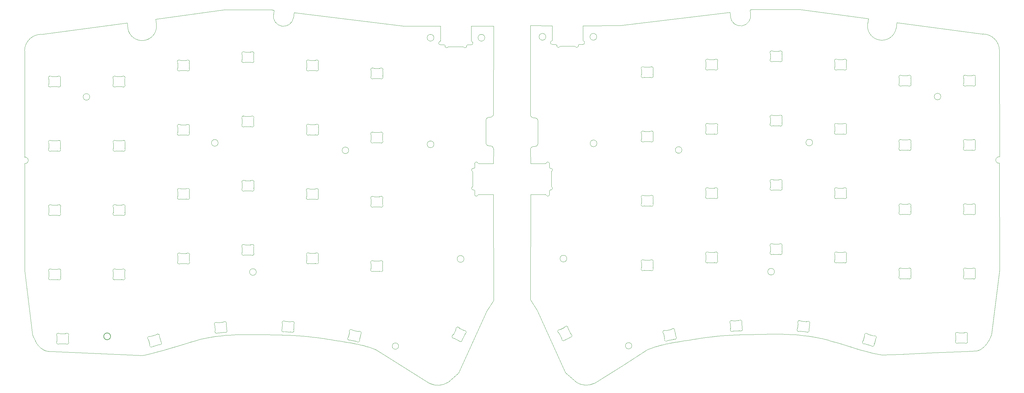
<source format=gbr>
%TF.GenerationSoftware,KiCad,Pcbnew,7.0.8*%
%TF.CreationDate,2024-10-02T10:44:02+02:00*%
%TF.ProjectId,chastity,63686173-7469-4747-992e-6b696361645f,rev?*%
%TF.SameCoordinates,Original*%
%TF.FileFunction,Profile,NP*%
%FSLAX46Y46*%
G04 Gerber Fmt 4.6, Leading zero omitted, Abs format (unit mm)*
G04 Created by KiCad (PCBNEW 7.0.8) date 2024-10-02 10:44:02*
%MOMM*%
%LPD*%
G01*
G04 APERTURE LIST*
%TA.AperFunction,Profile*%
%ADD10C,0.100000*%
%TD*%
%TA.AperFunction,Profile*%
%ADD11C,0.200000*%
%TD*%
%TA.AperFunction,Profile*%
%ADD12C,0.050000*%
%TD*%
%TA.AperFunction,Profile*%
%ADD13C,0.080000*%
%TD*%
G04 APERTURE END LIST*
D10*
X121964921Y32388424D02*
X118809899Y35248763D01*
X227649899Y41108763D02*
X217599899Y40678763D01*
X35553325Y46340546D02*
X36253325Y46330546D01*
X155419899Y44908763D02*
X154859899Y44828763D01*
X35013325Y46370546D02*
X35553325Y46340546D01*
X229471974Y116834763D02*
G75*
G03*
X229471974Y116834763I-966075J0D01*
G01*
X27273325Y46510546D02*
X28773325Y46500546D01*
X10593325Y44940546D02*
X11533325Y45190546D01*
X198069899Y44298763D02*
X197439899Y44488763D01*
X-34636675Y41770546D02*
X-34306675Y41670546D01*
X14183325Y45720546D02*
X15773325Y45960546D01*
X42973325Y45900546D02*
X43693325Y45820546D01*
X-5106675Y40510546D02*
X-3286675Y40920546D01*
X9843325Y44740546D02*
X10593325Y44940546D01*
X49883325Y44920546D02*
X50633325Y44810546D01*
X194519899Y45288763D02*
X193969899Y45408763D01*
X7983325Y44200546D02*
X7513325Y44060546D01*
X181909899Y46608763D02*
X179639899Y46608763D01*
X51813325Y44630546D02*
X52143325Y44580546D01*
X19613325Y46340546D02*
X20763325Y46410546D01*
X246742762Y130486297D02*
G75*
G03*
X241839200Y135328209I-4920698J-79397D01*
G01*
X97564667Y137681842D02*
X97563667Y111659842D01*
X150349899Y44088763D02*
X150009899Y44028763D01*
X167460005Y140248779D02*
G75*
G03*
X173337642Y141240653I2949959J429921D01*
G01*
X108465979Y111477763D02*
G75*
G03*
X109408553Y110534715I942585J-463D01*
G01*
X160749899Y45718763D02*
X159559899Y45548763D01*
X188469899Y46268763D02*
X187389899Y46368763D01*
X18173325Y142450546D02*
X32133325Y142450546D01*
X95345776Y103197647D02*
X95345117Y109772794D01*
X-6006675Y40330546D02*
X-5106675Y40510546D01*
X208089899Y139838763D02*
X187879899Y142548763D01*
X244139899Y45888763D02*
X243532488Y44591300D01*
X39963325Y46150546D02*
X41263325Y46060546D01*
X118809899Y35248763D02*
X110513663Y53583763D01*
X163079899Y45998763D02*
X162359899Y45918763D01*
X207907262Y138506928D02*
X208089899Y139838763D01*
X58243325Y43460546D02*
X58853325Y43310546D01*
X48603325Y45120546D02*
X49293325Y45010546D01*
X8613325Y44390546D02*
X9213325Y44560546D01*
X150009899Y44028763D02*
X149709899Y43968763D01*
X145359899Y42898763D02*
X144819899Y42728763D01*
X-11546675Y40580546D02*
X-6006675Y40330546D01*
X216509899Y138718763D02*
X241839200Y135328210D01*
X168979899Y46398763D02*
X167569899Y46328763D01*
X54403325Y44220546D02*
X54863325Y44140546D01*
X24143325Y46510546D02*
X26413325Y46510546D01*
D11*
X-15343333Y45956242D02*
G75*
G03*
X-15343333Y45956242I-1000000J0D01*
G01*
D10*
X58853325Y43310546D02*
X59513325Y43140546D01*
X-1756675Y41310546D02*
X483325Y41930546D01*
X59513325Y43140546D02*
X60193325Y42950546D01*
X241169899Y42068763D02*
X240689899Y41868763D01*
X96287667Y110715847D02*
G75*
G03*
X95345117Y109772794I97J-942647D01*
G01*
X21843325Y46450546D02*
X24143325Y46510546D01*
X-38086675Y45790546D02*
X-37479264Y44493083D01*
X55273325Y44070546D02*
X55443325Y44040546D01*
X163739899Y46068763D02*
X163079899Y45998763D01*
X54863325Y44140546D02*
X54983325Y44120546D01*
X109400662Y102071052D02*
G75*
G03*
X108458112Y101127958I102J-942652D01*
G01*
X240689899Y41868763D02*
X240359899Y41768763D01*
X62533325Y42160546D02*
X63083325Y41940546D01*
X134939899Y137798763D02*
X123959666Y137791147D01*
X164789899Y46158763D02*
X163739899Y46068763D01*
X173337642Y141240653D02*
X173189899Y142458763D01*
X18663325Y46270546D02*
X19613325Y46340546D01*
X57353325Y43660546D02*
X57803325Y43560546D01*
X-32566675Y41490546D02*
X-11546675Y40580546D01*
X-40689316Y97019491D02*
X-40696675Y65390546D01*
X246742540Y97117708D02*
X246749899Y65488763D01*
X20763325Y46410546D02*
X21843325Y46450546D01*
X50633325Y44810546D02*
X51193325Y44730546D01*
X191869899Y45818763D02*
X190279899Y46058763D01*
X96629008Y102253085D02*
X96288326Y102254599D01*
X167569899Y46328763D02*
X166089899Y46248763D01*
X96621117Y110716794D02*
X96287667Y110715842D01*
X55443325Y44040546D02*
X55703325Y43990546D01*
X151069899Y44218763D02*
X150959899Y44198763D01*
X147199899Y43408763D02*
X146539899Y43238763D01*
X7983325Y44200546D02*
X8613325Y44390546D01*
X167259899Y141738763D02*
X134939899Y137798763D01*
X-33336675Y41520546D02*
X-32566675Y41490546D01*
X88863375Y68840546D02*
G75*
G03*
X88863375Y68840546I-1000050J0D01*
G01*
X108463663Y137812763D02*
X108466003Y111477763D01*
X197439899Y44488763D02*
X196839899Y44658763D01*
X77699171Y32692842D02*
X78790763Y32025103D01*
X60693325Y42800546D02*
X61233325Y42630546D01*
X-40696675Y98920546D02*
X-40689537Y130388080D01*
X97547167Y87885843D02*
X97570667Y56584842D01*
X60193325Y42950546D02*
X60693325Y42800546D01*
X154859899Y44828763D02*
X154239899Y44728763D01*
X77699171Y32692842D02*
X63083325Y41940546D01*
X-35785976Y135229992D02*
G75*
G03*
X-40689536Y130388080I17200J-4921372D01*
G01*
X16743325Y46080546D02*
X17583325Y46170546D01*
X84125145Y32347500D02*
X87243325Y35150546D01*
X156169899Y45018763D02*
X155419899Y44908763D01*
X135719899Y37328763D02*
X127299303Y32066027D01*
X26413325Y46510546D02*
X27273325Y46510546D01*
X153449899Y44608763D02*
X152679899Y44488763D01*
X30423325Y46460546D02*
X32933325Y46420546D01*
X109741344Y102072570D02*
G75*
G03*
X110683894Y103015568I120J942430D01*
G01*
X173919899Y142548763D02*
X173189899Y142458763D01*
X52603325Y44510546D02*
X53373325Y44390546D01*
X196209899Y44838763D02*
X195459899Y45038763D01*
X12823325Y45470546D02*
X14183325Y45720546D01*
X95555667Y53442842D02*
X97570667Y56584842D01*
X193229899Y45568763D02*
X191869899Y45818763D01*
X216289898Y137068763D02*
X216509899Y138718763D01*
X17583325Y46170546D02*
X18663325Y46270546D01*
X54983325Y44120546D02*
X55093325Y44100546D01*
X157449899Y45218763D02*
X156759899Y45108763D01*
X71113325Y137700546D02*
X81909666Y137663342D01*
X207910037Y138506414D02*
G75*
G03*
X216289897Y137068763I4179827J-777714D01*
G01*
X178779899Y46608763D02*
X177279899Y46598763D01*
X42313325Y45970546D02*
X42973325Y45900546D01*
X-37479245Y44493092D02*
G75*
G03*
X-35116675Y41970547I5223409J2524508D01*
G01*
X246749899Y99018763D02*
X246742761Y130486297D01*
X32715589Y141142435D02*
G75*
G03*
X38593325Y140150546I2927735J-561915D01*
G01*
X152129899Y44398763D02*
X151649899Y44318763D01*
X217599899Y40678763D02*
X212059899Y40428763D01*
X171039899Y46468763D02*
X170499899Y46438763D01*
X483325Y41930546D02*
X1823325Y42320546D01*
X173119899Y46518763D02*
X171039899Y46468763D01*
X-1854038Y138408711D02*
X-2036675Y139740546D01*
X238619899Y41588763D02*
X227649899Y41108763D01*
X211159899Y40608763D02*
X209339899Y41018763D01*
X156759899Y45108763D02*
X156169899Y45018763D01*
X179639899Y46608763D02*
X178779899Y46608763D01*
X186439899Y46438763D02*
X185289899Y46508763D01*
X-40689315Y97019498D02*
G75*
G03*
X-40696675Y98920546I132699J951052D01*
G01*
X149349899Y43898763D02*
X148939899Y43808763D01*
X191643494Y103244763D02*
G75*
G03*
X191643494Y103244763I-983595J0D01*
G01*
X148699899Y43758763D02*
X148249899Y43658763D01*
X36253325Y46330546D02*
X37073325Y46300546D01*
X135719899Y37328763D02*
X142969899Y42038763D01*
X11533325Y45190546D02*
X12083325Y45310546D01*
X154239899Y44728763D02*
X153909899Y44678763D01*
X32933325Y46420546D02*
X35013325Y46370546D01*
X27623330Y64972546D02*
G75*
G03*
X27623330Y64972546I-985005J0D01*
G01*
X-10456675Y138620546D02*
X-35785976Y135229993D01*
X45303325Y45620546D02*
X46493325Y45450546D01*
X32715582Y141142436D02*
X32863325Y142360546D01*
X239899899Y41678763D02*
X239389899Y41618763D01*
X57803325Y43560546D02*
X58243325Y43460546D01*
X38593325Y140150546D02*
X38793325Y141640546D01*
X62063325Y42340546D02*
X62533325Y42160546D01*
X69578258Y43070546D02*
G75*
G03*
X69578258Y43070546I-934933J0D01*
G01*
X-10236674Y136970546D02*
X-10456675Y138620546D01*
X15773325Y45960546D02*
X16743325Y46080546D01*
X204229899Y42418763D02*
X201579899Y43228763D01*
X108532167Y87903646D02*
X108463663Y56808763D01*
X-10236668Y136970547D02*
G75*
G03*
X-1856859Y138408188I4200002J659963D01*
G01*
X49293325Y45010546D02*
X49883325Y44920546D01*
X147809899Y43558763D02*
X147199899Y43408763D01*
X87243325Y35150546D02*
X95555667Y53442842D01*
X138344832Y43168763D02*
G75*
G03*
X138344832Y43168763I-934933J0D01*
G01*
X158339899Y45358763D02*
X157449899Y45218763D01*
X187879899Y142548763D02*
X173919899Y142548763D01*
X193969899Y45408763D02*
X193229899Y45568763D01*
X150609899Y44138763D02*
X150349899Y44088763D01*
X51193325Y44730546D02*
X51813325Y44630546D01*
X-3286675Y40920546D02*
X-1756675Y41310546D01*
X162359899Y45918763D02*
X161669899Y45838763D01*
X119189949Y68938763D02*
G75*
G03*
X119189949Y68938763I-1000050J0D01*
G01*
X109742003Y110533763D02*
X109408553Y110534715D01*
X198069899Y44298763D02*
X198539899Y44158763D01*
X190279899Y46058763D02*
X189309899Y46178763D01*
X-33846675Y41580546D02*
X-33336675Y41520546D01*
X12083325Y45310546D02*
X12823325Y45470546D01*
X-38326675Y46480546D02*
X-38086675Y45790546D01*
X169799899Y46428763D02*
X168979899Y46398763D01*
X-35116675Y41970546D02*
X-34636675Y41770546D01*
X159559899Y45548763D02*
X158339899Y45358763D01*
X32133325Y142450546D02*
X32863325Y142360546D01*
X53373325Y44390546D02*
X53923325Y44300546D01*
X114859666Y137791147D02*
X108463663Y137812763D01*
X56703325Y43800546D02*
X57113325Y43710546D01*
X97571549Y101310037D02*
G75*
G03*
X96629008Y102253085I-942585J463D01*
G01*
X95345763Y103197647D02*
G75*
G03*
X96288326Y102254599I942601J-447D01*
G01*
X153909899Y44678763D02*
X153449899Y44608763D01*
X144819899Y42728763D02*
X143989899Y42438763D01*
X1823325Y42320546D02*
X4473325Y43130546D01*
X47713325Y45260546D02*
X48603325Y45120546D01*
X55703325Y43990546D02*
X56043325Y43930546D01*
X161669899Y45838763D02*
X160749899Y45718763D01*
X177279899Y46598763D02*
X175629899Y46558763D01*
X205569899Y42028763D02*
X204229899Y42418763D01*
X52143325Y44580546D02*
X52603325Y44510546D01*
X146539899Y43238763D02*
X145859899Y43048763D01*
X150779899Y44168763D02*
X150609899Y44138763D01*
X108532167Y97003646D02*
X108458112Y101127958D01*
X41263325Y46060546D02*
X42313325Y45970546D01*
X61233325Y42630546D02*
X62063325Y42340546D01*
X152679899Y44488763D02*
X152129899Y44398763D01*
X148249899Y43658763D02*
X147809899Y43558763D01*
X121964917Y32388418D02*
G75*
G03*
X127299303Y32066028I2953847J4581882D01*
G01*
X97571558Y101310037D02*
X97547167Y96985843D01*
X38793325Y141640546D02*
X71113325Y137700546D01*
X145859899Y43048763D02*
X145359899Y42898763D01*
X46493325Y45450546D02*
X47713325Y45260546D01*
X109741344Y102072520D02*
X109400662Y102071006D01*
X56043325Y43930546D02*
X56343325Y43870546D01*
X151649899Y44318763D02*
X151189899Y44238763D01*
X166089899Y46248763D02*
X164789899Y46158763D01*
X151189899Y44238763D02*
X151069899Y44218763D01*
X189309899Y46178763D02*
X188469899Y46268763D01*
X187389899Y46368763D02*
X186439899Y46438763D01*
X240359899Y41768763D02*
X239899899Y41678763D01*
X54863532Y100937546D02*
G75*
G03*
X54863532Y100937546I-965207J0D01*
G01*
X55093325Y44100546D02*
X55273325Y44070546D01*
X246749910Y99018834D02*
G75*
G03*
X246742540Y97117708I-140046J-950034D01*
G01*
X-40696675Y65390546D02*
X-38326675Y46480546D01*
X44383325Y45740546D02*
X45303325Y45620546D01*
X143519899Y42258763D02*
X142969899Y42038763D01*
X167459899Y140248763D02*
X167259899Y141738763D01*
X110684553Y109590715D02*
X110683894Y103015568D01*
X209339899Y41018763D02*
X207809899Y41408763D01*
X148939899Y43808763D02*
X148699899Y43758763D01*
X201579899Y43228763D02*
X198539899Y44158763D01*
X28773325Y46500546D02*
X30423325Y46460546D01*
X239389899Y41618763D02*
X238619899Y41588763D01*
X96621117Y110716797D02*
G75*
G03*
X97563667Y111659842I47J942503D01*
G01*
X110513663Y53583763D02*
X108463663Y56808763D01*
X78790756Y32025089D02*
G75*
G03*
X84125145Y32347501I2380508J4904511D01*
G01*
X207809899Y41408763D02*
X205569899Y42028763D01*
X57113325Y43710546D02*
X57353325Y43660546D01*
X149709899Y43968763D02*
X149349899Y43898763D01*
X38483325Y46230546D02*
X39963325Y46150546D01*
X180399904Y65070763D02*
G75*
G03*
X180399904Y65070763I-985005J0D01*
G01*
X91009666Y137663342D02*
X97564667Y137681842D01*
X195459899Y45038763D02*
X194519899Y45288763D01*
X175629899Y46558763D02*
X173119899Y46518763D01*
X196839899Y44658763D02*
X196209899Y44838763D01*
X185289899Y46508763D02*
X184209899Y46548763D01*
X184209899Y46548763D02*
X181909899Y46608763D01*
X153120106Y101035763D02*
G75*
G03*
X153120106Y101035763I-965207J0D01*
G01*
X16376920Y103146546D02*
G75*
G03*
X16376920Y103146546I-983595J0D01*
G01*
X170499899Y46438763D02*
X169799899Y46428763D01*
X53923325Y44300546D02*
X54403325Y44220546D01*
X212059899Y40428763D02*
X211159899Y40608763D01*
X246749899Y65488763D02*
X244379899Y46578763D01*
X43693325Y45820546D02*
X44383325Y45740546D01*
X4473325Y43130546D02*
X7513325Y44060546D01*
X110684527Y109590715D02*
G75*
G03*
X109742003Y110533763I-942563J485D01*
G01*
X9213325Y44560546D02*
X9843325Y44740546D01*
X-2036675Y139740546D02*
X18173325Y142450546D01*
X150959899Y44198763D02*
X150779899Y44168763D01*
X241169893Y42068774D02*
G75*
G03*
X243532488Y44591300I-2860629J5046926D01*
G01*
X244379899Y46578763D02*
X244139899Y45888763D01*
X-34306675Y41670546D02*
X-33846675Y41580546D01*
X37073325Y46300546D02*
X38483325Y46230546D01*
X56343325Y43870546D02*
X56703325Y43800546D01*
X-21486600Y116736546D02*
G75*
G03*
X-21486600Y116736546I-966075J0D01*
G01*
X143989899Y42438763D02*
X143519899Y42258763D01*
D12*
%TO.C,TFT2*%
X128010710Y134495000D02*
G75*
G03*
X128010710Y134495000I-1000000J0D01*
G01*
X113010710Y134495000D02*
G75*
G03*
X113010710Y134495000I-1000000J0D01*
G01*
X128060710Y102995000D02*
G75*
G03*
X128060710Y102995000I-1000000J0D01*
G01*
D13*
%TO.C,SPLIT_R1*%
X112895943Y96997804D02*
X108536764Y96997804D01*
X114066764Y95847803D02*
X114066764Y96997804D01*
X114466764Y95647804D02*
X114266764Y95647804D01*
X114616764Y92447804D02*
X114616764Y94541586D01*
X114616764Y92447804D02*
X114616764Y90354022D01*
X114466764Y89247804D02*
X114266764Y89247804D01*
X114066764Y89047805D02*
X114066764Y87897804D01*
X112895943Y87897804D02*
X108536764Y87897804D01*
X114066763Y96997804D02*
G75*
G03*
X113087608Y97140661I-499999J-1D01*
G01*
X112895943Y96997805D02*
G75*
G03*
X113087605Y97140661I1J199998D01*
G01*
X114716764Y94714791D02*
G75*
G03*
X114466764Y95647804I-250000J433013D01*
G01*
X114066764Y95847803D02*
G75*
G03*
X114266764Y95647803I200001J1D01*
G01*
X114716764Y94714791D02*
G75*
G03*
X114616764Y94541586I100000J-173205D01*
G01*
X114616779Y90354022D02*
G75*
G03*
X114716764Y90180817I199985J-17D01*
G01*
X114466764Y89247806D02*
G75*
G03*
X114716764Y90180817I0J499999D01*
G01*
X114266764Y89247804D02*
G75*
G03*
X114066765Y89047805I0J-199999D01*
G01*
X113087606Y87754947D02*
G75*
G03*
X114066765Y87897804I479158J142858D01*
G01*
X113087625Y87754953D02*
G75*
G03*
X112895943Y87897804I-191661J-57148D01*
G01*
%TO.C,J1*%
X81762769Y133111760D02*
G75*
G03*
X81905620Y133303442I-57148J191661D01*
G01*
X81762763Y133111779D02*
G75*
G03*
X81905620Y132132620I142858J-479158D01*
G01*
X83255620Y131932621D02*
G75*
G03*
X83055621Y132132620I-199999J0D01*
G01*
X83255622Y131732621D02*
G75*
G03*
X84188633Y131482621I499999J0D01*
G01*
X84361838Y131582606D02*
G75*
G03*
X84188633Y131482621I-17J-199985D01*
G01*
X88722607Y131482621D02*
G75*
G03*
X88549402Y131582621I-173205J-100000D01*
G01*
X89855619Y132132621D02*
G75*
G03*
X89655619Y131932621I1J-200001D01*
G01*
X88722607Y131482621D02*
G75*
G03*
X89655620Y131732621I433013J250000D01*
G01*
X91005621Y133303442D02*
G75*
G03*
X91148477Y133111780I199998J-1D01*
G01*
X91005620Y132132622D02*
G75*
G03*
X91148477Y133111777I-1J499999D01*
G01*
X81905620Y133303442D02*
X81905620Y137662621D01*
X83055621Y132132621D02*
X81905620Y132132621D01*
X83255620Y131732621D02*
X83255620Y131932621D01*
X86455620Y131582621D02*
X84361838Y131582621D01*
X86455620Y131582621D02*
X88549402Y131582621D01*
X89655620Y131732621D02*
X89655620Y131932621D01*
X89855619Y132132621D02*
X91005620Y132132621D01*
X91005620Y133303442D02*
X91005620Y137662621D01*
D12*
%TO.C,TFT1*%
X95007082Y134220609D02*
G75*
G03*
X95007082Y134220609I-1000000J0D01*
G01*
X80007082Y134220609D02*
G75*
G03*
X80007082Y134220609I-1000000J0D01*
G01*
X80007082Y102720609D02*
G75*
G03*
X80007082Y102720609I-1000000J0D01*
G01*
D13*
%TO.C,SPLIT_L1*%
X92995903Y97127852D02*
G75*
G03*
X93187585Y96985001I191661J57148D01*
G01*
X92995922Y97127858D02*
G75*
G03*
X92016763Y96985001I-479158J-142858D01*
G01*
X91816764Y95635001D02*
G75*
G03*
X92016763Y95835000I0J199999D01*
G01*
X91616764Y95634999D02*
G75*
G03*
X91366764Y94701988I0J-499999D01*
G01*
X91466749Y94528783D02*
G75*
G03*
X91366764Y94701988I-199985J17D01*
G01*
X91366764Y90168014D02*
G75*
G03*
X91466764Y90341219I-100000J173205D01*
G01*
X92016764Y89035002D02*
G75*
G03*
X91816764Y89235002I-200001J-1D01*
G01*
X91366764Y90168014D02*
G75*
G03*
X91616764Y89235001I250000J-433013D01*
G01*
X93187585Y87885000D02*
G75*
G03*
X92995923Y87742144I-1J-199998D01*
G01*
X92016765Y87885001D02*
G75*
G03*
X92995920Y87742144I499999J1D01*
G01*
X93187585Y96985001D02*
X97546764Y96985001D01*
X92016764Y95835000D02*
X92016764Y96985001D01*
X91616764Y95635001D02*
X91816764Y95635001D01*
X91466764Y92435001D02*
X91466764Y94528783D01*
X91466764Y92435001D02*
X91466764Y90341219D01*
X91616764Y89235001D02*
X91816764Y89235001D01*
X92016764Y89035002D02*
X92016764Y87885001D01*
X93187585Y87885001D02*
X97546764Y87885001D01*
%TO.C,J4*%
X123956031Y133432549D02*
X123956031Y137791728D01*
X122806030Y132261728D02*
X123956031Y132261728D01*
X122606031Y131861728D02*
X122606031Y132061728D01*
X119406031Y131711728D02*
X121499813Y131711728D01*
X119406031Y131711728D02*
X117312249Y131711728D01*
X116206031Y131861728D02*
X116206031Y132061728D01*
X116006032Y132261728D02*
X114856031Y132261728D01*
X114856031Y133432549D02*
X114856031Y137791728D01*
X123956031Y132261729D02*
G75*
G03*
X124098888Y133240884I-1J499999D01*
G01*
X123956032Y133432549D02*
G75*
G03*
X124098888Y133240887I199998J-1D01*
G01*
X121673018Y131611728D02*
G75*
G03*
X122606031Y131861728I433013J250000D01*
G01*
X122806030Y132261728D02*
G75*
G03*
X122606030Y132061728I1J-200001D01*
G01*
X121673018Y131611728D02*
G75*
G03*
X121499813Y131711728I-173205J-100000D01*
G01*
X117312249Y131711713D02*
G75*
G03*
X117139044Y131611728I-17J-199985D01*
G01*
X116206033Y131861728D02*
G75*
G03*
X117139044Y131611728I499999J0D01*
G01*
X116206031Y132061728D02*
G75*
G03*
X116006032Y132261727I-199999J0D01*
G01*
X114713174Y133240886D02*
G75*
G03*
X114856031Y132261727I142858J-479158D01*
G01*
X114713180Y133240867D02*
G75*
G03*
X114856031Y133432549I-57148J191661D01*
G01*
D10*
%TO.C,LED11*%
X45921775Y106332157D02*
G75*
G03*
X45971249Y106115279I500289J43D01*
G01*
X45268475Y105466700D02*
G75*
G03*
X45971248Y106115279I252259J431700D01*
G01*
X45971248Y107954719D02*
G75*
G03*
X45921763Y107737842I450866J-216959D01*
G01*
X45971244Y107954721D02*
G75*
G03*
X45268475Y108603296I-450510J216879D01*
G01*
X45016216Y108535000D02*
G75*
G03*
X45268474Y108603298I-2J500010D01*
G01*
X45268475Y105466700D02*
G75*
G03*
X45016217Y105534999I-252261J-431710D01*
G01*
X43175053Y108603298D02*
G75*
G03*
X43427312Y108534999I252261J431710D01*
G01*
X43427311Y105535000D02*
G75*
G03*
X43175053Y105466701I3J-500009D01*
G01*
X42472280Y106115279D02*
G75*
G03*
X43175053Y105466702I450515J-216877D01*
G01*
X42472280Y106115279D02*
G75*
G03*
X42521765Y106332156I-450505J216876D01*
G01*
X43175053Y108603298D02*
G75*
G03*
X42472281Y107954718I-252259J-431700D01*
G01*
X42521764Y107737841D02*
G75*
G03*
X42472279Y107954719I-499989J2D01*
G01*
X45921763Y107737841D02*
X45921763Y106332157D01*
X45016216Y105535000D02*
X43427311Y105535000D01*
X43427312Y108534999D02*
X45016216Y108534999D01*
X42521765Y106332157D02*
X42521765Y107737841D01*
%TO.C,LED19*%
X-30108225Y63562157D02*
G75*
G03*
X-30058751Y63345279I500289J43D01*
G01*
X-30761525Y62696700D02*
G75*
G03*
X-30058752Y63345279I252259J431700D01*
G01*
X-30058752Y65184719D02*
G75*
G03*
X-30108237Y64967842I450866J-216959D01*
G01*
X-30058756Y65184721D02*
G75*
G03*
X-30761525Y65833296I-450510J216879D01*
G01*
X-31013784Y65765000D02*
G75*
G03*
X-30761526Y65833298I-2J500010D01*
G01*
X-30761525Y62696700D02*
G75*
G03*
X-31013783Y62764999I-252261J-431710D01*
G01*
X-32854947Y65833298D02*
G75*
G03*
X-32602688Y65764999I252261J431710D01*
G01*
X-32602689Y62765000D02*
G75*
G03*
X-32854947Y62696701I3J-500009D01*
G01*
X-33557720Y63345279D02*
G75*
G03*
X-32854947Y62696702I450515J-216877D01*
G01*
X-33557720Y63345279D02*
G75*
G03*
X-33508235Y63562156I-450505J216876D01*
G01*
X-32854947Y65833298D02*
G75*
G03*
X-33557719Y65184718I-252259J-431700D01*
G01*
X-33508236Y64967841D02*
G75*
G03*
X-33557721Y65184719I-499989J2D01*
G01*
X-30108237Y64967841D02*
X-30108237Y63562157D01*
X-31013784Y62765000D02*
X-32602689Y62765000D01*
X-32602688Y65764999D02*
X-31013784Y65764999D01*
X-33508235Y63562157D02*
X-33508235Y64967841D01*
%TO.C,LED57*%
X167446746Y48288916D02*
X167373178Y49692674D01*
X168235764Y50536132D02*
X169822490Y50619289D01*
X169979498Y47623401D02*
X168392771Y47540244D01*
X170768516Y49870616D02*
X170842084Y48466858D01*
X167373178Y49692674D02*
G75*
G03*
X167312410Y49906665I-499305J-26166D01*
G01*
X167980275Y50591133D02*
G75*
G03*
X167312410Y49906664I-229320J-444309D01*
G01*
X167408679Y48069746D02*
G75*
G03*
X167446746Y48288915I-461238J193001D01*
G01*
X167408679Y48069746D02*
G75*
G03*
X168144433Y47458838I461248J-193002D01*
G01*
X168392771Y47540244D02*
G75*
G03*
X168144434Y47458836I26171J-499323D01*
G01*
X167980276Y50591135D02*
G75*
G03*
X168235764Y50536132I229321J444321D01*
G01*
X170234986Y47568397D02*
G75*
G03*
X169979499Y47623400I-229321J-444321D01*
G01*
X169822490Y50619289D02*
G75*
G03*
X170070828Y50700696I-26170J499325D01*
G01*
X170806579Y50089788D02*
G75*
G03*
X170070829Y50700694I-461243J193004D01*
G01*
X170806583Y50089786D02*
G75*
G03*
X170768516Y49870617I461603J-193065D01*
G01*
X170234987Y47568399D02*
G75*
G03*
X170902851Y48252867I229319J444309D01*
G01*
X170842096Y48466859D02*
G75*
G03*
X170902852Y48252867I499601J26226D01*
G01*
%TO.C,LED6*%
X61491753Y124377843D02*
G75*
G03*
X61442279Y124594721I-500289J-43D01*
G01*
X62145053Y125243300D02*
G75*
G03*
X61442280Y124594721I-252259J-431700D01*
G01*
X61442280Y122755281D02*
G75*
G03*
X61491765Y122972158I-450866J216959D01*
G01*
X61442284Y122755279D02*
G75*
G03*
X62145053Y122106704I450510J-216879D01*
G01*
X62397312Y122175000D02*
G75*
G03*
X62145054Y122106702I2J-500010D01*
G01*
X62145053Y125243300D02*
G75*
G03*
X62397311Y125175001I252261J431710D01*
G01*
X64238475Y122106702D02*
G75*
G03*
X63986216Y122175001I-252261J-431710D01*
G01*
X63986217Y125175000D02*
G75*
G03*
X64238475Y125243299I-3J500009D01*
G01*
X64941248Y124594721D02*
G75*
G03*
X64238475Y125243298I-450515J216877D01*
G01*
X64941248Y124594721D02*
G75*
G03*
X64891763Y124377844I450505J-216876D01*
G01*
X64238475Y122106702D02*
G75*
G03*
X64941247Y122755282I252259J431700D01*
G01*
X64891764Y122972159D02*
G75*
G03*
X64941249Y122755281I499989J-2D01*
G01*
X61491765Y122972159D02*
X61491765Y124377843D01*
X62397312Y125175000D02*
X63986217Y125175000D01*
X63986216Y122175001D02*
X62397312Y122175001D01*
X64891763Y124377843D02*
X64891763Y122972159D01*
%TO.C,LED14*%
X-14528247Y83977843D02*
G75*
G03*
X-14577721Y84194721I-500289J-43D01*
G01*
X-13874947Y84843300D02*
G75*
G03*
X-14577720Y84194721I-252259J-431700D01*
G01*
X-14577720Y82355281D02*
G75*
G03*
X-14528235Y82572158I-450866J216959D01*
G01*
X-14577716Y82355279D02*
G75*
G03*
X-13874947Y81706704I450510J-216879D01*
G01*
X-13622688Y81775000D02*
G75*
G03*
X-13874946Y81706702I2J-500010D01*
G01*
X-13874947Y84843300D02*
G75*
G03*
X-13622689Y84775001I252261J431710D01*
G01*
X-11781525Y81706702D02*
G75*
G03*
X-12033784Y81775001I-252261J-431710D01*
G01*
X-12033783Y84775000D02*
G75*
G03*
X-11781525Y84843299I-3J500009D01*
G01*
X-11078752Y84194721D02*
G75*
G03*
X-11781525Y84843298I-450515J216877D01*
G01*
X-11078752Y84194721D02*
G75*
G03*
X-11128237Y83977844I450505J-216876D01*
G01*
X-11781525Y81706702D02*
G75*
G03*
X-11078753Y82355282I252259J431700D01*
G01*
X-11128236Y82572159D02*
G75*
G03*
X-11078751Y82355281I499989J-2D01*
G01*
X-14528235Y82572159D02*
X-14528235Y83977843D01*
X-13622688Y84775000D02*
X-12033783Y84775000D01*
X-12033784Y81775001D02*
X-13622688Y81775001D01*
X-11128237Y83977843D02*
X-11128237Y82572159D01*
%TO.C,LED35*%
X217191765Y120819962D02*
X217191765Y122225646D01*
X218097312Y123022804D02*
X219686216Y123022804D01*
X219686216Y120022805D02*
X218097311Y120022805D01*
X220591763Y122225646D02*
X220591763Y120819962D01*
X217191764Y122225646D02*
G75*
G03*
X217142279Y122442524I-499989J2D01*
G01*
X217845053Y123091103D02*
G75*
G03*
X217142281Y122442523I-252259J-431700D01*
G01*
X217142280Y120603084D02*
G75*
G03*
X217191765Y120819961I-450505J216876D01*
G01*
X217142280Y120603084D02*
G75*
G03*
X217845053Y119954507I450515J-216877D01*
G01*
X218097311Y120022805D02*
G75*
G03*
X217845053Y119954506I3J-500009D01*
G01*
X217845053Y123091103D02*
G75*
G03*
X218097312Y123022804I252261J431710D01*
G01*
X219938475Y119954505D02*
G75*
G03*
X219686217Y120022804I-252261J-431710D01*
G01*
X219686216Y123022805D02*
G75*
G03*
X219938474Y123091103I-2J500010D01*
G01*
X220641244Y122442526D02*
G75*
G03*
X219938475Y123091101I-450510J216879D01*
G01*
X220641248Y122442524D02*
G75*
G03*
X220591763Y122225647I450866J-216959D01*
G01*
X219938475Y119954505D02*
G75*
G03*
X220641248Y120603084I252259J431700D01*
G01*
X220591775Y120819962D02*
G75*
G03*
X220641249Y120603084I500289J43D01*
G01*
%TO.C,LED47*%
X217191765Y82819962D02*
X217191765Y84225646D01*
X218097312Y85022804D02*
X219686216Y85022804D01*
X219686216Y82022805D02*
X218097311Y82022805D01*
X220591763Y84225646D02*
X220591763Y82819962D01*
X217191764Y84225646D02*
G75*
G03*
X217142279Y84442524I-499989J2D01*
G01*
X217845053Y85091103D02*
G75*
G03*
X217142281Y84442523I-252259J-431700D01*
G01*
X217142280Y82603084D02*
G75*
G03*
X217191765Y82819961I-450505J216876D01*
G01*
X217142280Y82603084D02*
G75*
G03*
X217845053Y81954507I450515J-216877D01*
G01*
X218097311Y82022805D02*
G75*
G03*
X217845053Y81954506I3J-500009D01*
G01*
X217845053Y85091103D02*
G75*
G03*
X218097312Y85022804I252261J431710D01*
G01*
X219938475Y81954505D02*
G75*
G03*
X219686217Y82022804I-252261J-431710D01*
G01*
X219686216Y85022805D02*
G75*
G03*
X219938474Y85091103I-2J500010D01*
G01*
X220641244Y84442526D02*
G75*
G03*
X219938475Y85091101I-450510J216879D01*
G01*
X220641248Y84442524D02*
G75*
G03*
X220591763Y84225647I450866J-216959D01*
G01*
X219938475Y81954505D02*
G75*
G03*
X220641248Y82603084I252259J431700D01*
G01*
X220591775Y82819962D02*
G75*
G03*
X220641249Y82603084I500289J43D01*
G01*
%TO.C,LED23*%
X45891775Y68312157D02*
G75*
G03*
X45941249Y68095279I500289J43D01*
G01*
X45238475Y67446700D02*
G75*
G03*
X45941248Y68095279I252259J431700D01*
G01*
X45941248Y69934719D02*
G75*
G03*
X45891763Y69717842I450866J-216959D01*
G01*
X45941244Y69934721D02*
G75*
G03*
X45238475Y70583296I-450510J216879D01*
G01*
X44986216Y70515000D02*
G75*
G03*
X45238474Y70583298I-2J500010D01*
G01*
X45238475Y67446700D02*
G75*
G03*
X44986217Y67514999I-252261J-431710D01*
G01*
X43145053Y70583298D02*
G75*
G03*
X43397312Y70514999I252261J431710D01*
G01*
X43397311Y67515000D02*
G75*
G03*
X43145053Y67446701I3J-500009D01*
G01*
X42442280Y68095279D02*
G75*
G03*
X43145053Y67446702I450515J-216877D01*
G01*
X42442280Y68095279D02*
G75*
G03*
X42491765Y68312156I-450505J216876D01*
G01*
X43145053Y70583298D02*
G75*
G03*
X42442281Y69934718I-252259J-431700D01*
G01*
X42491764Y69717841D02*
G75*
G03*
X42442279Y69934719I-499989J2D01*
G01*
X45891763Y69717841D02*
X45891763Y68312157D01*
X44986216Y67515000D02*
X43397311Y67515000D01*
X43397312Y70514999D02*
X44986216Y70514999D01*
X42491765Y68312157D02*
X42491765Y69717841D01*
%TO.C,LED54*%
X239591763Y65225648D02*
X239591763Y63819964D01*
X238686216Y63022806D02*
X237097312Y63022806D01*
X237097312Y66022805D02*
X238686217Y66022805D01*
X236191765Y63819964D02*
X236191765Y65225648D01*
X239591764Y63819964D02*
G75*
G03*
X239641249Y63603086I499989J-2D01*
G01*
X238938475Y62954507D02*
G75*
G03*
X239641247Y63603087I252259J431700D01*
G01*
X239641248Y65442526D02*
G75*
G03*
X239591763Y65225649I450505J-216876D01*
G01*
X239641248Y65442526D02*
G75*
G03*
X238938475Y66091103I-450515J216877D01*
G01*
X238686217Y66022805D02*
G75*
G03*
X238938475Y66091104I-3J500009D01*
G01*
X238938475Y62954507D02*
G75*
G03*
X238686216Y63022806I-252261J-431710D01*
G01*
X236845053Y66091105D02*
G75*
G03*
X237097311Y66022806I252261J431710D01*
G01*
X237097312Y63022805D02*
G75*
G03*
X236845054Y62954507I2J-500010D01*
G01*
X236142284Y63603084D02*
G75*
G03*
X236845053Y62954509I450510J-216879D01*
G01*
X236142280Y63603086D02*
G75*
G03*
X236191765Y63819963I-450866J216959D01*
G01*
X236845053Y66091105D02*
G75*
G03*
X236142280Y65442526I-252259J-431700D01*
G01*
X236191753Y65225648D02*
G75*
G03*
X236142279Y65442526I-500289J-43D01*
G01*
%TO.C,LED9*%
X7841775Y106292157D02*
G75*
G03*
X7891249Y106075279I500289J43D01*
G01*
X7188475Y105426700D02*
G75*
G03*
X7891248Y106075279I252259J431700D01*
G01*
X7891248Y107914719D02*
G75*
G03*
X7841763Y107697842I450866J-216959D01*
G01*
X7891244Y107914721D02*
G75*
G03*
X7188475Y108563296I-450510J216879D01*
G01*
X6936216Y108495000D02*
G75*
G03*
X7188474Y108563298I-2J500010D01*
G01*
X7188475Y105426700D02*
G75*
G03*
X6936217Y105494999I-252261J-431710D01*
G01*
X5095053Y108563298D02*
G75*
G03*
X5347312Y108494999I252261J431710D01*
G01*
X5347311Y105495000D02*
G75*
G03*
X5095053Y105426701I3J-500009D01*
G01*
X4392280Y106075279D02*
G75*
G03*
X5095053Y105426702I450515J-216877D01*
G01*
X4392280Y106075279D02*
G75*
G03*
X4441765Y106292156I-450505J216876D01*
G01*
X5095053Y108563298D02*
G75*
G03*
X4392281Y107914718I-252259J-431700D01*
G01*
X4441764Y107697841D02*
G75*
G03*
X4392279Y107914719I-499989J2D01*
G01*
X7841763Y107697841D02*
X7841763Y106292157D01*
X6936216Y105495000D02*
X5347311Y105495000D01*
X5347312Y108494999D02*
X6936216Y108494999D01*
X4441765Y106292157D02*
X4441765Y107697841D01*
%TO.C,LED2*%
X-14558247Y121967843D02*
G75*
G03*
X-14607721Y122184721I-500289J-43D01*
G01*
X-13904947Y122833300D02*
G75*
G03*
X-14607720Y122184721I-252259J-431700D01*
G01*
X-14607720Y120345281D02*
G75*
G03*
X-14558235Y120562158I-450866J216959D01*
G01*
X-14607716Y120345279D02*
G75*
G03*
X-13904947Y119696704I450510J-216879D01*
G01*
X-13652688Y119765000D02*
G75*
G03*
X-13904946Y119696702I2J-500010D01*
G01*
X-13904947Y122833300D02*
G75*
G03*
X-13652689Y122765001I252261J431710D01*
G01*
X-11811525Y119696702D02*
G75*
G03*
X-12063784Y119765001I-252261J-431710D01*
G01*
X-12063783Y122765000D02*
G75*
G03*
X-11811525Y122833299I-3J500009D01*
G01*
X-11108752Y122184721D02*
G75*
G03*
X-11811525Y122833298I-450515J216877D01*
G01*
X-11108752Y122184721D02*
G75*
G03*
X-11158237Y121967844I450505J-216876D01*
G01*
X-11811525Y119696702D02*
G75*
G03*
X-11108753Y120345282I252259J431700D01*
G01*
X-11158236Y120562159D02*
G75*
G03*
X-11108751Y120345281I499989J-2D01*
G01*
X-14558235Y120562159D02*
X-14558235Y121967843D01*
X-13652688Y122765000D02*
X-12063783Y122765000D01*
X-12063784Y119765001D02*
X-13652688Y119765001D01*
X-11158237Y121967843D02*
X-11158237Y120562159D01*
%TO.C,LED51*%
X182591763Y72425648D02*
X182591763Y71019964D01*
X181686216Y70222806D02*
X180097312Y70222806D01*
X180097312Y73222805D02*
X181686217Y73222805D01*
X179191765Y71019964D02*
X179191765Y72425648D01*
X182591764Y71019964D02*
G75*
G03*
X182641249Y70803086I499989J-2D01*
G01*
X181938475Y70154507D02*
G75*
G03*
X182641247Y70803087I252259J431700D01*
G01*
X182641248Y72642526D02*
G75*
G03*
X182591763Y72425649I450505J-216876D01*
G01*
X182641248Y72642526D02*
G75*
G03*
X181938475Y73291103I-450515J216877D01*
G01*
X181686217Y73222805D02*
G75*
G03*
X181938475Y73291104I-3J500009D01*
G01*
X181938475Y70154507D02*
G75*
G03*
X181686216Y70222806I-252261J-431710D01*
G01*
X179845053Y73291105D02*
G75*
G03*
X180097311Y73222806I252261J431710D01*
G01*
X180097312Y70222805D02*
G75*
G03*
X179845054Y70154507I2J-500010D01*
G01*
X179142284Y70803084D02*
G75*
G03*
X179845053Y70154509I450510J-216879D01*
G01*
X179142280Y70803086D02*
G75*
G03*
X179191765Y71019963I-450866J216959D01*
G01*
X179845053Y73291105D02*
G75*
G03*
X179142280Y72642526I-252259J-431700D01*
G01*
X179191753Y72425648D02*
G75*
G03*
X179142279Y72642526I-500289J-43D01*
G01*
%TO.C,LED29*%
X55068840Y47166946D02*
G75*
G03*
X55065539Y47389371I-489365J103974D01*
G01*
X55887803Y47877662D02*
G75*
G03*
X55065541Y47389371I-336502J-369818D01*
G01*
X54683098Y45590128D02*
G75*
G03*
X54776593Y45791976I-395904J305957D01*
G01*
X54683102Y45590124D02*
G75*
G03*
X55235668Y44809608I395574J-305806D01*
G01*
X55496614Y44823967D02*
G75*
G03*
X55235669Y44809606I-103950J-489108D01*
G01*
X55887803Y47877662D02*
G75*
G03*
X56120348Y47758408I336506J369828D01*
G01*
X57283343Y44374360D02*
G75*
G03*
X57050797Y44493614I-336509J-369835D01*
G01*
X57674533Y47428056D02*
G75*
G03*
X57935479Y47442415I103955J489083D01*
G01*
X58488046Y46661896D02*
G75*
G03*
X57935479Y47442413I-395578J305804D01*
G01*
X58488047Y46661895D02*
G75*
G03*
X58394553Y46460046I395570J-305802D01*
G01*
X57283344Y44374361D02*
G75*
G03*
X58105605Y44862652I336502J369817D01*
G01*
X58102294Y45085078D02*
G75*
G03*
X58105606Y44862651I489064J-103956D01*
G01*
X54776594Y45791977D02*
X55068852Y47166944D01*
X56120349Y47758407D02*
X57674533Y47428055D01*
X57050797Y44493614D02*
X55496614Y44823965D01*
X58394552Y46460045D02*
X58102294Y45085078D01*
%TO.C,LED25*%
X-31158247Y45967843D02*
G75*
G03*
X-31207721Y46184721I-500289J-43D01*
G01*
X-30504947Y46833300D02*
G75*
G03*
X-31207720Y46184721I-252259J-431700D01*
G01*
X-31207720Y44345281D02*
G75*
G03*
X-31158235Y44562158I-450866J216959D01*
G01*
X-31207716Y44345279D02*
G75*
G03*
X-30504947Y43696704I450510J-216879D01*
G01*
X-30252688Y43765000D02*
G75*
G03*
X-30504946Y43696702I2J-500010D01*
G01*
X-30504947Y46833300D02*
G75*
G03*
X-30252689Y46765001I252261J431710D01*
G01*
X-28411525Y43696702D02*
G75*
G03*
X-28663784Y43765001I-252261J-431710D01*
G01*
X-28663783Y46765000D02*
G75*
G03*
X-28411525Y46833299I-3J500009D01*
G01*
X-27708752Y46184721D02*
G75*
G03*
X-28411525Y46833298I-450515J216877D01*
G01*
X-27708752Y46184721D02*
G75*
G03*
X-27758237Y45967844I450505J-216876D01*
G01*
X-28411525Y43696702D02*
G75*
G03*
X-27708753Y44345282I252259J431700D01*
G01*
X-27758236Y44562159D02*
G75*
G03*
X-27708751Y44345281I499989J-2D01*
G01*
X-31158235Y44562159D02*
X-31158235Y45967843D01*
X-30252688Y46765000D02*
X-28663783Y46765000D01*
X-28663784Y43765001D02*
X-30252688Y43765001D01*
X-27758237Y45967843D02*
X-27758237Y44562159D01*
%TO.C,LED55*%
X117217430Y47992159D02*
X118469904Y48630326D01*
X119591286Y48185380D02*
X120312634Y46769656D01*
X117639615Y45407685D02*
X116918267Y46823410D01*
X120013470Y45600906D02*
X118760997Y44962739D01*
X118469904Y48630327D02*
G75*
G03*
X118640678Y48772878I-226989J445495D01*
G01*
X119537617Y48441152D02*
G75*
G03*
X118640677Y48772878I-499170J28777D01*
G01*
X117001724Y47937791D02*
G75*
G03*
X117217429Y47992160I-11284J499853D01*
G01*
X117001724Y47937790D02*
G75*
G03*
X116742890Y47017166I11290J-499872D01*
G01*
X116918267Y46823410D02*
G75*
G03*
X116742890Y47017165I-445504J-226997D01*
G01*
X119537618Y48441152D02*
G75*
G03*
X119591286Y48185380I499180J-28774D01*
G01*
X117693281Y45151913D02*
G75*
G03*
X117639613Y45407684I-499179J28774D01*
G01*
X120312633Y46769655D02*
G75*
G03*
X120488011Y46575900I445526J227021D01*
G01*
X120229176Y45655280D02*
G75*
G03*
X120488010Y46575897I-11287J499868D01*
G01*
X120229176Y45655276D02*
G75*
G03*
X120013471Y45600905I11409J-500330D01*
G01*
X117693283Y45151913D02*
G75*
G03*
X118590222Y44820187I499170J-28776D01*
G01*
X118761002Y44962728D02*
G75*
G03*
X118590223Y44820187I227165J-445741D01*
G01*
%TO.C,LED20*%
X-11158225Y63562157D02*
G75*
G03*
X-11108751Y63345279I500289J43D01*
G01*
X-11811525Y62696700D02*
G75*
G03*
X-11108752Y63345279I252259J431700D01*
G01*
X-11108752Y65184719D02*
G75*
G03*
X-11158237Y64967842I450866J-216959D01*
G01*
X-11108756Y65184721D02*
G75*
G03*
X-11811525Y65833296I-450510J216879D01*
G01*
X-12063784Y65765000D02*
G75*
G03*
X-11811526Y65833298I-2J500010D01*
G01*
X-11811525Y62696700D02*
G75*
G03*
X-12063783Y62764999I-252261J-431710D01*
G01*
X-13904947Y65833298D02*
G75*
G03*
X-13652688Y65764999I252261J431710D01*
G01*
X-13652689Y62765000D02*
G75*
G03*
X-13904947Y62696701I3J-500009D01*
G01*
X-14607720Y63345279D02*
G75*
G03*
X-13904947Y62696702I450515J-216877D01*
G01*
X-14607720Y63345279D02*
G75*
G03*
X-14558235Y63562156I-450505J216876D01*
G01*
X-13904947Y65833298D02*
G75*
G03*
X-14607719Y65184718I-252259J-431700D01*
G01*
X-14558236Y64967841D02*
G75*
G03*
X-14607721Y65184719I-499989J2D01*
G01*
X-11158237Y64967841D02*
X-11158237Y63562157D01*
X-12063784Y62765000D02*
X-13652689Y62765000D01*
X-13652688Y65764999D02*
X-12063784Y65764999D01*
X-14558235Y63562157D02*
X-14558235Y64967841D01*
%TO.C,LED33*%
X179191765Y128019962D02*
X179191765Y129425646D01*
X180097312Y130222804D02*
X181686216Y130222804D01*
X181686216Y127222805D02*
X180097311Y127222805D01*
X182591763Y129425646D02*
X182591763Y128019962D01*
X179191764Y129425646D02*
G75*
G03*
X179142279Y129642524I-499989J2D01*
G01*
X179845053Y130291103D02*
G75*
G03*
X179142281Y129642523I-252259J-431700D01*
G01*
X179142280Y127803084D02*
G75*
G03*
X179191765Y128019961I-450505J216876D01*
G01*
X179142280Y127803084D02*
G75*
G03*
X179845053Y127154507I450515J-216877D01*
G01*
X180097311Y127222805D02*
G75*
G03*
X179845053Y127154506I3J-500009D01*
G01*
X179845053Y130291103D02*
G75*
G03*
X180097312Y130222804I252261J431710D01*
G01*
X181938475Y127154505D02*
G75*
G03*
X181686217Y127222804I-252261J-431710D01*
G01*
X181686216Y130222805D02*
G75*
G03*
X181938474Y130291103I-2J500010D01*
G01*
X182641244Y129642526D02*
G75*
G03*
X181938475Y130291101I-450510J216879D01*
G01*
X182641248Y129642524D02*
G75*
G03*
X182591763Y129425647I450866J-216959D01*
G01*
X181938475Y127154505D02*
G75*
G03*
X182641248Y127803084I252259J431700D01*
G01*
X182591775Y128019962D02*
G75*
G03*
X182641249Y127803084I500289J43D01*
G01*
%TO.C,LED10*%
X26841775Y108762157D02*
G75*
G03*
X26891249Y108545279I500289J43D01*
G01*
X26188475Y107896700D02*
G75*
G03*
X26891248Y108545279I252259J431700D01*
G01*
X26891248Y110384719D02*
G75*
G03*
X26841763Y110167842I450866J-216959D01*
G01*
X26891244Y110384721D02*
G75*
G03*
X26188475Y111033296I-450510J216879D01*
G01*
X25936216Y110965000D02*
G75*
G03*
X26188474Y111033298I-2J500010D01*
G01*
X26188475Y107896700D02*
G75*
G03*
X25936217Y107964999I-252261J-431710D01*
G01*
X24095053Y111033298D02*
G75*
G03*
X24347312Y110964999I252261J431710D01*
G01*
X24347311Y107965000D02*
G75*
G03*
X24095053Y107896701I3J-500009D01*
G01*
X23392280Y108545279D02*
G75*
G03*
X24095053Y107896702I450515J-216877D01*
G01*
X23392280Y108545279D02*
G75*
G03*
X23441765Y108762156I-450505J216876D01*
G01*
X24095053Y111033298D02*
G75*
G03*
X23392281Y110384718I-252259J-431700D01*
G01*
X23441764Y110167841D02*
G75*
G03*
X23392279Y110384719I-499989J2D01*
G01*
X26841763Y110167841D02*
X26841763Y108762157D01*
X25936216Y107965000D02*
X24347311Y107965000D01*
X24347312Y110964999D02*
X25936216Y110964999D01*
X23441765Y108762157D02*
X23441765Y110167841D01*
%TO.C,LED18*%
X61471753Y86447843D02*
G75*
G03*
X61422279Y86664721I-500289J-43D01*
G01*
X62125053Y87313300D02*
G75*
G03*
X61422280Y86664721I-252259J-431700D01*
G01*
X61422280Y84825281D02*
G75*
G03*
X61471765Y85042158I-450866J216959D01*
G01*
X61422284Y84825279D02*
G75*
G03*
X62125053Y84176704I450510J-216879D01*
G01*
X62377312Y84245000D02*
G75*
G03*
X62125054Y84176702I2J-500010D01*
G01*
X62125053Y87313300D02*
G75*
G03*
X62377311Y87245001I252261J431710D01*
G01*
X64218475Y84176702D02*
G75*
G03*
X63966216Y84245001I-252261J-431710D01*
G01*
X63966217Y87245000D02*
G75*
G03*
X64218475Y87313299I-3J500009D01*
G01*
X64921248Y86664721D02*
G75*
G03*
X64218475Y87313298I-450515J216877D01*
G01*
X64921248Y86664721D02*
G75*
G03*
X64871763Y86447844I450505J-216876D01*
G01*
X64218475Y84176702D02*
G75*
G03*
X64921247Y84825282I252259J431700D01*
G01*
X64871764Y85042159D02*
G75*
G03*
X64921249Y84825281I499989J-2D01*
G01*
X61471765Y85042159D02*
X61471765Y86447843D01*
X62377312Y87245000D02*
X63966217Y87245000D01*
X63966216Y84245001D02*
X62377312Y84245001D01*
X64871763Y86447843D02*
X64871763Y85042159D01*
%TO.C,LED7*%
X-30158225Y101562157D02*
G75*
G03*
X-30108751Y101345279I500289J43D01*
G01*
X-30811525Y100696700D02*
G75*
G03*
X-30108752Y101345279I252259J431700D01*
G01*
X-30108752Y103184719D02*
G75*
G03*
X-30158237Y102967842I450866J-216959D01*
G01*
X-30108756Y103184721D02*
G75*
G03*
X-30811525Y103833296I-450510J216879D01*
G01*
X-31063784Y103765000D02*
G75*
G03*
X-30811526Y103833298I-2J500010D01*
G01*
X-30811525Y100696700D02*
G75*
G03*
X-31063783Y100764999I-252261J-431710D01*
G01*
X-32904947Y103833298D02*
G75*
G03*
X-32652688Y103764999I252261J431710D01*
G01*
X-32652689Y100765000D02*
G75*
G03*
X-32904947Y100696701I3J-500009D01*
G01*
X-33607720Y101345279D02*
G75*
G03*
X-32904947Y100696702I450515J-216877D01*
G01*
X-33607720Y101345279D02*
G75*
G03*
X-33558235Y101562156I-450505J216876D01*
G01*
X-32904947Y103833298D02*
G75*
G03*
X-33607719Y103184718I-252259J-431700D01*
G01*
X-33558236Y102967841D02*
G75*
G03*
X-33607721Y103184719I-499989J2D01*
G01*
X-30158237Y102967841D02*
X-30158237Y101562157D01*
X-31063784Y100765000D02*
X-32652689Y100765000D01*
X-32652688Y103764999D02*
X-31063784Y103764999D01*
X-33558235Y101562157D02*
X-33558235Y102967841D01*
%TO.C,LED16*%
X23471753Y91187843D02*
G75*
G03*
X23422279Y91404721I-500289J-43D01*
G01*
X24125053Y92053300D02*
G75*
G03*
X23422280Y91404721I-252259J-431700D01*
G01*
X23422280Y89565281D02*
G75*
G03*
X23471765Y89782158I-450866J216959D01*
G01*
X23422284Y89565279D02*
G75*
G03*
X24125053Y88916704I450510J-216879D01*
G01*
X24377312Y88985000D02*
G75*
G03*
X24125054Y88916702I2J-500010D01*
G01*
X24125053Y92053300D02*
G75*
G03*
X24377311Y91985001I252261J431710D01*
G01*
X26218475Y88916702D02*
G75*
G03*
X25966216Y88985001I-252261J-431710D01*
G01*
X25966217Y91985000D02*
G75*
G03*
X26218475Y92053299I-3J500009D01*
G01*
X26921248Y91404721D02*
G75*
G03*
X26218475Y92053298I-450515J216877D01*
G01*
X26921248Y91404721D02*
G75*
G03*
X26871763Y91187844I450505J-216876D01*
G01*
X26218475Y88916702D02*
G75*
G03*
X26921247Y89565282I252259J431700D01*
G01*
X26871764Y89782159D02*
G75*
G03*
X26921249Y89565281I499989J-2D01*
G01*
X23471765Y89782159D02*
X23471765Y91187843D01*
X24377312Y91985000D02*
X25966217Y91985000D01*
X25966216Y88985001D02*
X24377312Y88985001D01*
X26871763Y91187843D02*
X26871763Y89782159D01*
%TO.C,LED60*%
X233841765Y44819962D02*
X233841765Y46225646D01*
X234747312Y47022804D02*
X236336216Y47022804D01*
X236336216Y44022805D02*
X234747311Y44022805D01*
X237241763Y46225646D02*
X237241763Y44819962D01*
X233841764Y46225646D02*
G75*
G03*
X233792279Y46442524I-499989J2D01*
G01*
X234495053Y47091103D02*
G75*
G03*
X233792281Y46442523I-252259J-431700D01*
G01*
X233792280Y44603084D02*
G75*
G03*
X233841765Y44819961I-450505J216876D01*
G01*
X233792280Y44603084D02*
G75*
G03*
X234495053Y43954507I450515J-216877D01*
G01*
X234747311Y44022805D02*
G75*
G03*
X234495053Y43954506I3J-500009D01*
G01*
X234495053Y47091103D02*
G75*
G03*
X234747312Y47022804I252261J431710D01*
G01*
X236588475Y43954505D02*
G75*
G03*
X236336217Y44022804I-252261J-431710D01*
G01*
X236336216Y47022805D02*
G75*
G03*
X236588474Y47091103I-2J500010D01*
G01*
X237291244Y46442526D02*
G75*
G03*
X236588475Y47091101I-450510J216879D01*
G01*
X237291248Y46442524D02*
G75*
G03*
X237241763Y46225647I450866J-216959D01*
G01*
X236588475Y43954505D02*
G75*
G03*
X237291248Y44603084I252259J431700D01*
G01*
X237241775Y44819962D02*
G75*
G03*
X237291249Y44603084I500289J43D01*
G01*
%TO.C,LED1*%
X-33558247Y121967843D02*
G75*
G03*
X-33607721Y122184721I-500289J-43D01*
G01*
X-32904947Y122833300D02*
G75*
G03*
X-33607720Y122184721I-252259J-431700D01*
G01*
X-33607720Y120345281D02*
G75*
G03*
X-33558235Y120562158I-450866J216959D01*
G01*
X-33607716Y120345279D02*
G75*
G03*
X-32904947Y119696704I450510J-216879D01*
G01*
X-32652688Y119765000D02*
G75*
G03*
X-32904946Y119696702I2J-500010D01*
G01*
X-32904947Y122833300D02*
G75*
G03*
X-32652689Y122765001I252261J431710D01*
G01*
X-30811525Y119696702D02*
G75*
G03*
X-31063784Y119765001I-252261J-431710D01*
G01*
X-31063783Y122765000D02*
G75*
G03*
X-30811525Y122833299I-3J500009D01*
G01*
X-30108752Y122184721D02*
G75*
G03*
X-30811525Y122833298I-450515J216877D01*
G01*
X-30108752Y122184721D02*
G75*
G03*
X-30158237Y121967844I450505J-216876D01*
G01*
X-30811525Y119696702D02*
G75*
G03*
X-30108753Y120345282I252259J431700D01*
G01*
X-30158236Y120562159D02*
G75*
G03*
X-30108751Y120345281I499989J-2D01*
G01*
X-33558235Y120562159D02*
X-33558235Y121967843D01*
X-32652688Y122765000D02*
X-31063783Y122765000D01*
X-31063784Y119765001D02*
X-32652688Y119765001D01*
X-30158237Y121967843D02*
X-30158237Y120562159D01*
%TO.C,LED56*%
X147981235Y45342881D02*
X147688977Y46717848D01*
X148408997Y47685860D02*
X149963180Y48016211D01*
X150586915Y45081769D02*
X149032731Y44751418D01*
X151014677Y47424747D02*
X151306935Y46049780D01*
X147688976Y46717848D02*
G75*
G03*
X147595481Y46919698I-489063J-103952D01*
G01*
X148148051Y47700219D02*
G75*
G03*
X147595482Y46919697I-156991J-474714D01*
G01*
X147977924Y45120454D02*
G75*
G03*
X147981236Y45342880I-485752J118471D01*
G01*
X147977924Y45120454D02*
G75*
G03*
X148800185Y44632165I485761J-118470D01*
G01*
X149032731Y44751418D02*
G75*
G03*
X148800186Y44632164I103961J-489082D01*
G01*
X148148052Y47700220D02*
G75*
G03*
X148408997Y47685861I156990J474730D01*
G01*
X150847862Y45067409D02*
G75*
G03*
X150586916Y45081768I-156991J-474724D01*
G01*
X149963180Y48016213D02*
G75*
G03*
X150195724Y48135466I-103960J489082D01*
G01*
X151017984Y47647175D02*
G75*
G03*
X150195727Y48135463I-485756J118474D01*
G01*
X151017990Y47647174D02*
G75*
G03*
X151014678Y47424748I486121J-118478D01*
G01*
X150847862Y45067410D02*
G75*
G03*
X151400430Y45847930I156991J474713D01*
G01*
X151306947Y46049782D02*
G75*
G03*
X151400430Y45847930I489348J104059D01*
G01*
%TO.C,LED40*%
X201591763Y107975648D02*
X201591763Y106569964D01*
X200686216Y105772806D02*
X199097312Y105772806D01*
X199097312Y108772805D02*
X200686217Y108772805D01*
X198191765Y106569964D02*
X198191765Y107975648D01*
X201591764Y106569964D02*
G75*
G03*
X201641249Y106353086I499989J-2D01*
G01*
X200938475Y105704507D02*
G75*
G03*
X201641247Y106353087I252259J431700D01*
G01*
X201641248Y108192526D02*
G75*
G03*
X201591763Y107975649I450505J-216876D01*
G01*
X201641248Y108192526D02*
G75*
G03*
X200938475Y108841103I-450515J216877D01*
G01*
X200686217Y108772805D02*
G75*
G03*
X200938475Y108841104I-3J500009D01*
G01*
X200938475Y105704507D02*
G75*
G03*
X200686216Y105772806I-252261J-431710D01*
G01*
X198845053Y108841105D02*
G75*
G03*
X199097311Y108772806I252261J431710D01*
G01*
X199097312Y105772805D02*
G75*
G03*
X198845054Y105704507I2J-500010D01*
G01*
X198142284Y106353084D02*
G75*
G03*
X198845053Y105704509I450510J-216879D01*
G01*
X198142280Y106353086D02*
G75*
G03*
X198191765Y106569963I-450866J216959D01*
G01*
X198845053Y108841105D02*
G75*
G03*
X198142280Y108192526I-252259J-431700D01*
G01*
X198191753Y107975648D02*
G75*
G03*
X198142279Y108192526I-500289J-43D01*
G01*
%TO.C,LED52*%
X201591763Y69975648D02*
X201591763Y68569964D01*
X200686216Y67772806D02*
X199097312Y67772806D01*
X199097312Y70772805D02*
X200686217Y70772805D01*
X198191765Y68569964D02*
X198191765Y69975648D01*
X201591764Y68569964D02*
G75*
G03*
X201641249Y68353086I499989J-2D01*
G01*
X200938475Y67704507D02*
G75*
G03*
X201641247Y68353087I252259J431700D01*
G01*
X201641248Y70192526D02*
G75*
G03*
X201591763Y69975649I450505J-216876D01*
G01*
X201641248Y70192526D02*
G75*
G03*
X200938475Y70841103I-450515J216877D01*
G01*
X200686217Y70772805D02*
G75*
G03*
X200938475Y70841104I-3J500009D01*
G01*
X200938475Y67704507D02*
G75*
G03*
X200686216Y67772806I-252261J-431710D01*
G01*
X198845053Y70841105D02*
G75*
G03*
X199097311Y70772806I252261J431710D01*
G01*
X199097312Y67772805D02*
G75*
G03*
X198845054Y67704507I2J-500010D01*
G01*
X198142284Y68353084D02*
G75*
G03*
X198845053Y67704509I450510J-216879D01*
G01*
X198142280Y68353086D02*
G75*
G03*
X198191765Y68569963I-450866J216959D01*
G01*
X198845053Y70841105D02*
G75*
G03*
X198142280Y70192526I-252259J-431700D01*
G01*
X198191753Y69975648D02*
G75*
G03*
X198142279Y70192526I-500289J-43D01*
G01*
%TO.C,LED8*%
X-11108225Y101562157D02*
G75*
G03*
X-11058751Y101345279I500289J43D01*
G01*
X-11761525Y100696700D02*
G75*
G03*
X-11058752Y101345279I252259J431700D01*
G01*
X-11058752Y103184719D02*
G75*
G03*
X-11108237Y102967842I450866J-216959D01*
G01*
X-11058756Y103184721D02*
G75*
G03*
X-11761525Y103833296I-450510J216879D01*
G01*
X-12013784Y103765000D02*
G75*
G03*
X-11761526Y103833298I-2J500010D01*
G01*
X-11761525Y100696700D02*
G75*
G03*
X-12013783Y100764999I-252261J-431710D01*
G01*
X-13854947Y103833298D02*
G75*
G03*
X-13602688Y103764999I252261J431710D01*
G01*
X-13602689Y100765000D02*
G75*
G03*
X-13854947Y100696701I3J-500009D01*
G01*
X-14557720Y101345279D02*
G75*
G03*
X-13854947Y100696702I450515J-216877D01*
G01*
X-14557720Y101345279D02*
G75*
G03*
X-14508235Y101562156I-450505J216876D01*
G01*
X-13854947Y103833298D02*
G75*
G03*
X-14557719Y103184718I-252259J-431700D01*
G01*
X-14508236Y102967841D02*
G75*
G03*
X-14557721Y103184719I-499989J2D01*
G01*
X-11108237Y102967841D02*
X-11108237Y101562157D01*
X-12013784Y100765000D02*
X-13602689Y100765000D01*
X-13602688Y103764999D02*
X-12013784Y103764999D01*
X-14508235Y101562157D02*
X-14508235Y102967841D01*
%TO.C,LED28*%
X35315001Y49612814D02*
G75*
G03*
X35276946Y49831983I-499606J26140D01*
G01*
X36012700Y50442893D02*
G75*
G03*
X35276946Y49831983I-274507J-417906D01*
G01*
X35180676Y47995065D02*
G75*
G03*
X35241444Y48209054I-438932J240270D01*
G01*
X35180680Y47995062D02*
G75*
G03*
X35848543Y47310596I438543J-240159D01*
G01*
X36104031Y47365596D02*
G75*
G03*
X35848544Y47310593I-26167J-499325D01*
G01*
X36012701Y50442894D02*
G75*
G03*
X36261038Y50361486I274508J417915D01*
G01*
X37939095Y47201032D02*
G75*
G03*
X37690757Y47282440I-274508J-417915D01*
G01*
X37847766Y50278328D02*
G75*
G03*
X38103253Y50333331I26166J499324D01*
G01*
X38771119Y49648862D02*
G75*
G03*
X38103253Y50333331I-438547J240158D01*
G01*
X38771119Y49648862D02*
G75*
G03*
X38710351Y49434872I438528J-240154D01*
G01*
X37939097Y47201035D02*
G75*
G03*
X38674849Y47811944I274507J417904D01*
G01*
X38636784Y48031113D02*
G75*
G03*
X38674851Y47811943I499304J-26169D01*
G01*
X35241445Y48209055D02*
X35315013Y49612813D01*
X36261039Y50361485D02*
X37847766Y50278328D01*
X37690757Y47282440D02*
X36104031Y47365597D01*
X38710351Y49434871D02*
X38636783Y48031113D01*
%TO.C,LED12*%
X64871775Y104012157D02*
G75*
G03*
X64921249Y103795279I500289J43D01*
G01*
X64218475Y103146700D02*
G75*
G03*
X64921248Y103795279I252259J431700D01*
G01*
X64921248Y105634719D02*
G75*
G03*
X64871763Y105417842I450866J-216959D01*
G01*
X64921244Y105634721D02*
G75*
G03*
X64218475Y106283296I-450510J216879D01*
G01*
X63966216Y106215000D02*
G75*
G03*
X64218474Y106283298I-2J500010D01*
G01*
X64218475Y103146700D02*
G75*
G03*
X63966217Y103214999I-252261J-431710D01*
G01*
X62125053Y106283298D02*
G75*
G03*
X62377312Y106214999I252261J431710D01*
G01*
X62377311Y103215000D02*
G75*
G03*
X62125053Y103146701I3J-500009D01*
G01*
X61422280Y103795279D02*
G75*
G03*
X62125053Y103146702I450515J-216877D01*
G01*
X61422280Y103795279D02*
G75*
G03*
X61471765Y104012156I-450505J216876D01*
G01*
X62125053Y106283298D02*
G75*
G03*
X61422281Y105634718I-252259J-431700D01*
G01*
X61471764Y105417841D02*
G75*
G03*
X61422279Y105634719I-499989J2D01*
G01*
X64871763Y105417841D02*
X64871763Y104012157D01*
X63966216Y103215000D02*
X62377311Y103215000D01*
X62377312Y106214999D02*
X63966216Y106214999D01*
X61471765Y104012157D02*
X61471765Y105417841D01*
%TO.C,LED58*%
X187194226Y48340132D02*
X187316740Y49740467D01*
X188288318Y50455668D02*
X189871175Y50317186D01*
X189609708Y47328603D02*
X188026850Y47467085D01*
X190703800Y49444138D02*
X190581286Y48043803D01*
X187316739Y49740467D02*
G75*
G03*
X187286345Y49960833I-498087J43579D01*
G01*
X188042971Y50545693D02*
G75*
G03*
X187286346Y49960832I-288924J-408071D01*
G01*
X187126027Y48128392D02*
G75*
G03*
X187194226Y48340131I-429880J255312D01*
G01*
X187126027Y48128392D02*
G75*
G03*
X187769599Y47421033I429899J-255316D01*
G01*
X188026850Y47467085D02*
G75*
G03*
X187769599Y47421031I-43576J-498106D01*
G01*
X188042972Y50545694D02*
G75*
G03*
X188288318Y50455669I288926J408080D01*
G01*
X189855054Y47238576D02*
G75*
G03*
X189609709Y47328601I-288926J-408080D01*
G01*
X189871175Y50317187D02*
G75*
G03*
X190128426Y50363239I43577J498107D01*
G01*
X190771994Y49655880D02*
G75*
G03*
X190128427Y50363236I-429893J255318D01*
G01*
X190771999Y49655877D02*
G75*
G03*
X190703800Y49444139I430241J-255428D01*
G01*
X189855055Y47238577D02*
G75*
G03*
X190611681Y47823437I288924J408071D01*
G01*
X190581298Y48043802D02*
G75*
G03*
X190611682Y47823437I498389J-43560D01*
G01*
%TO.C,LED21*%
X7891775Y68262157D02*
G75*
G03*
X7941249Y68045279I500289J43D01*
G01*
X7238475Y67396700D02*
G75*
G03*
X7941248Y68045279I252259J431700D01*
G01*
X7941248Y69884719D02*
G75*
G03*
X7891763Y69667842I450866J-216959D01*
G01*
X7941244Y69884721D02*
G75*
G03*
X7238475Y70533296I-450510J216879D01*
G01*
X6986216Y70465000D02*
G75*
G03*
X7238474Y70533298I-2J500010D01*
G01*
X7238475Y67396700D02*
G75*
G03*
X6986217Y67464999I-252261J-431710D01*
G01*
X5145053Y70533298D02*
G75*
G03*
X5397312Y70464999I252261J431710D01*
G01*
X5397311Y67465000D02*
G75*
G03*
X5145053Y67396701I3J-500009D01*
G01*
X4442280Y68045279D02*
G75*
G03*
X5145053Y67396702I450515J-216877D01*
G01*
X4442280Y68045279D02*
G75*
G03*
X4491765Y68262156I-450505J216876D01*
G01*
X5145053Y70533298D02*
G75*
G03*
X4442281Y69884718I-252259J-431700D01*
G01*
X4491764Y69667841D02*
G75*
G03*
X4442279Y69884719I-499989J2D01*
G01*
X7891763Y69667841D02*
X7891763Y68262157D01*
X6986216Y67465000D02*
X5397311Y67465000D01*
X5397312Y70464999D02*
X6986216Y70464999D01*
X4491765Y68262157D02*
X4491765Y69667841D01*
%TO.C,LED24*%
X64841775Y66012157D02*
G75*
G03*
X64891249Y65795279I500289J43D01*
G01*
X64188475Y65146700D02*
G75*
G03*
X64891248Y65795279I252259J431700D01*
G01*
X64891248Y67634719D02*
G75*
G03*
X64841763Y67417842I450866J-216959D01*
G01*
X64891244Y67634721D02*
G75*
G03*
X64188475Y68283296I-450510J216879D01*
G01*
X63936216Y68215000D02*
G75*
G03*
X64188474Y68283298I-2J500010D01*
G01*
X64188475Y65146700D02*
G75*
G03*
X63936217Y65214999I-252261J-431710D01*
G01*
X62095053Y68283298D02*
G75*
G03*
X62347312Y68214999I252261J431710D01*
G01*
X62347311Y65215000D02*
G75*
G03*
X62095053Y65146701I3J-500009D01*
G01*
X61392280Y65795279D02*
G75*
G03*
X62095053Y65146702I450515J-216877D01*
G01*
X61392280Y65795279D02*
G75*
G03*
X61441765Y66012156I-450505J216876D01*
G01*
X62095053Y68283298D02*
G75*
G03*
X61392281Y67634718I-252259J-431700D01*
G01*
X61441764Y67417841D02*
G75*
G03*
X61392279Y67634719I-499989J2D01*
G01*
X64841763Y67417841D02*
X64841763Y66012157D01*
X63936216Y65215000D02*
X62347311Y65215000D01*
X62347312Y68214999D02*
X63936216Y68214999D01*
X61441765Y66012157D02*
X61441765Y67417841D01*
%TO.C,LED59*%
X206563653Y44712562D02*
X206951112Y46063792D01*
X208041306Y46580467D02*
X209568659Y46142506D01*
X208741747Y43258722D02*
X207214394Y43696683D01*
X210219400Y45126626D02*
X209831941Y43775396D01*
X206951112Y46063792D02*
G75*
G03*
X206963323Y46285909I-480620J137818D01*
G01*
X207817645Y46715652D02*
G75*
G03*
X206963325Y46285908I-361479J-345444D01*
G01*
X206456306Y44517726D02*
G75*
G03*
X206563653Y44712561I-373274J332650D01*
G01*
X206456306Y44517726D02*
G75*
G03*
X206953082Y43700562I373283J-332655D01*
G01*
X207214394Y43696683D02*
G75*
G03*
X206953082Y43700562I-137819J-480640D01*
G01*
X207817646Y46715653D02*
G75*
G03*
X208041306Y46580468I361487J345459D01*
G01*
X208965408Y43123536D02*
G75*
G03*
X208741748Y43258721I-361484J-345454D01*
G01*
X209568659Y46142507D02*
G75*
G03*
X209829971Y46138628I137820J480641D01*
G01*
X210326745Y45321465D02*
G75*
G03*
X209829971Y46138625I-373278J332655D01*
G01*
X210326747Y45321464D02*
G75*
G03*
X210219400Y45126627I373699J-332881D01*
G01*
X208965409Y43123537D02*
G75*
G03*
X209819728Y43553279I361479J345443D01*
G01*
X209831953Y43775393D02*
G75*
G03*
X209819730Y43553279I480920J-137858D01*
G01*
%TO.C,LED36*%
X236191765Y120819962D02*
X236191765Y122225646D01*
X237097312Y123022804D02*
X238686216Y123022804D01*
X238686216Y120022805D02*
X237097311Y120022805D01*
X239591763Y122225646D02*
X239591763Y120819962D01*
X236191764Y122225646D02*
G75*
G03*
X236142279Y122442524I-499989J2D01*
G01*
X236845053Y123091103D02*
G75*
G03*
X236142281Y122442523I-252259J-431700D01*
G01*
X236142280Y120603084D02*
G75*
G03*
X236191765Y120819961I-450505J216876D01*
G01*
X236142280Y120603084D02*
G75*
G03*
X236845053Y119954507I450515J-216877D01*
G01*
X237097311Y120022805D02*
G75*
G03*
X236845053Y119954506I3J-500009D01*
G01*
X236845053Y123091103D02*
G75*
G03*
X237097312Y123022804I252261J431710D01*
G01*
X238938475Y119954505D02*
G75*
G03*
X238686217Y120022804I-252261J-431710D01*
G01*
X238686216Y123022805D02*
G75*
G03*
X238938474Y123091103I-2J500010D01*
G01*
X239641244Y122442526D02*
G75*
G03*
X238938475Y123091101I-450510J216879D01*
G01*
X239641248Y122442524D02*
G75*
G03*
X239591763Y122225647I450866J-216959D01*
G01*
X238938475Y119954505D02*
G75*
G03*
X239641248Y120603084I252259J431700D01*
G01*
X239591775Y120819962D02*
G75*
G03*
X239641249Y120603084I500289J43D01*
G01*
%TO.C,LED53*%
X220591763Y65225648D02*
X220591763Y63819964D01*
X219686216Y63022806D02*
X218097312Y63022806D01*
X218097312Y66022805D02*
X219686217Y66022805D01*
X217191765Y63819964D02*
X217191765Y65225648D01*
X220591764Y63819964D02*
G75*
G03*
X220641249Y63603086I499989J-2D01*
G01*
X219938475Y62954507D02*
G75*
G03*
X220641247Y63603087I252259J431700D01*
G01*
X220641248Y65442526D02*
G75*
G03*
X220591763Y65225649I450505J-216876D01*
G01*
X220641248Y65442526D02*
G75*
G03*
X219938475Y66091103I-450515J216877D01*
G01*
X219686217Y66022805D02*
G75*
G03*
X219938475Y66091104I-3J500009D01*
G01*
X219938475Y62954507D02*
G75*
G03*
X219686216Y63022806I-252261J-431710D01*
G01*
X217845053Y66091105D02*
G75*
G03*
X218097311Y66022806I252261J431710D01*
G01*
X218097312Y63022805D02*
G75*
G03*
X217845054Y62954507I2J-500010D01*
G01*
X217142284Y63603084D02*
G75*
G03*
X217845053Y62954509I450510J-216879D01*
G01*
X217142280Y63603086D02*
G75*
G03*
X217191765Y63819963I-450866J216959D01*
G01*
X217845053Y66091105D02*
G75*
G03*
X217142280Y65442526I-252259J-431700D01*
G01*
X217191753Y65225648D02*
G75*
G03*
X217142279Y65442526I-500289J-43D01*
G01*
%TO.C,LED13*%
X-33528247Y83947843D02*
G75*
G03*
X-33577721Y84164721I-500289J-43D01*
G01*
X-32874947Y84813300D02*
G75*
G03*
X-33577720Y84164721I-252259J-431700D01*
G01*
X-33577720Y82325281D02*
G75*
G03*
X-33528235Y82542158I-450866J216959D01*
G01*
X-33577716Y82325279D02*
G75*
G03*
X-32874947Y81676704I450510J-216879D01*
G01*
X-32622688Y81745000D02*
G75*
G03*
X-32874946Y81676702I2J-500010D01*
G01*
X-32874947Y84813300D02*
G75*
G03*
X-32622689Y84745001I252261J431710D01*
G01*
X-30781525Y81676702D02*
G75*
G03*
X-31033784Y81745001I-252261J-431710D01*
G01*
X-31033783Y84745000D02*
G75*
G03*
X-30781525Y84813299I-3J500009D01*
G01*
X-30078752Y84164721D02*
G75*
G03*
X-30781525Y84813298I-450515J216877D01*
G01*
X-30078752Y84164721D02*
G75*
G03*
X-30128237Y83947844I450505J-216876D01*
G01*
X-30781525Y81676702D02*
G75*
G03*
X-30078753Y82325282I252259J431700D01*
G01*
X-30128236Y82542159D02*
G75*
G03*
X-30078751Y82325281I499989J-2D01*
G01*
X-33528235Y82542159D02*
X-33528235Y83947843D01*
X-32622688Y84745000D02*
X-31033783Y84745000D01*
X-31033784Y81745001D02*
X-32622688Y81745001D01*
X-30128237Y83947843D02*
X-30128237Y82542159D01*
%TO.C,LED43*%
X141191765Y85319962D02*
X141191765Y86725646D01*
X142097312Y87522804D02*
X143686216Y87522804D01*
X143686216Y84522805D02*
X142097311Y84522805D01*
X144591763Y86725646D02*
X144591763Y85319962D01*
X141191764Y86725646D02*
G75*
G03*
X141142279Y86942524I-499989J2D01*
G01*
X141845053Y87591103D02*
G75*
G03*
X141142281Y86942523I-252259J-431700D01*
G01*
X141142280Y85103084D02*
G75*
G03*
X141191765Y85319961I-450505J216876D01*
G01*
X141142280Y85103084D02*
G75*
G03*
X141845053Y84454507I450515J-216877D01*
G01*
X142097311Y84522805D02*
G75*
G03*
X141845053Y84454506I3J-500009D01*
G01*
X141845053Y87591103D02*
G75*
G03*
X142097312Y87522804I252261J431710D01*
G01*
X143938475Y84454505D02*
G75*
G03*
X143686217Y84522804I-252261J-431710D01*
G01*
X143686216Y87522805D02*
G75*
G03*
X143938474Y87591103I-2J500010D01*
G01*
X144641244Y86942526D02*
G75*
G03*
X143938475Y87591101I-450510J216879D01*
G01*
X144641248Y86942524D02*
G75*
G03*
X144591763Y86725647I450866J-216959D01*
G01*
X143938475Y84454505D02*
G75*
G03*
X144641248Y85103084I252259J431700D01*
G01*
X144591775Y85319962D02*
G75*
G03*
X144641249Y85103084I500289J43D01*
G01*
%TO.C,LED46*%
X198191765Y87569962D02*
X198191765Y88975646D01*
X199097312Y89772804D02*
X200686216Y89772804D01*
X200686216Y86772805D02*
X199097311Y86772805D01*
X201591763Y88975646D02*
X201591763Y87569962D01*
X198191764Y88975646D02*
G75*
G03*
X198142279Y89192524I-499989J2D01*
G01*
X198845053Y89841103D02*
G75*
G03*
X198142281Y89192523I-252259J-431700D01*
G01*
X198142280Y87353084D02*
G75*
G03*
X198191765Y87569961I-450505J216876D01*
G01*
X198142280Y87353084D02*
G75*
G03*
X198845053Y86704507I450515J-216877D01*
G01*
X199097311Y86772805D02*
G75*
G03*
X198845053Y86704506I3J-500009D01*
G01*
X198845053Y89841103D02*
G75*
G03*
X199097312Y89772804I252261J431710D01*
G01*
X200938475Y86704505D02*
G75*
G03*
X200686217Y86772804I-252261J-431710D01*
G01*
X200686216Y89772805D02*
G75*
G03*
X200938474Y89841103I-2J500010D01*
G01*
X201641244Y89192526D02*
G75*
G03*
X200938475Y89841101I-450510J216879D01*
G01*
X201641248Y89192524D02*
G75*
G03*
X201591763Y88975647I450866J-216959D01*
G01*
X200938475Y86704505D02*
G75*
G03*
X201641248Y87353084I252259J431700D01*
G01*
X201591775Y87569962D02*
G75*
G03*
X201641249Y87353084I500289J43D01*
G01*
%TO.C,LED4*%
X23441753Y129167843D02*
G75*
G03*
X23392279Y129384721I-500289J-43D01*
G01*
X24095053Y130033300D02*
G75*
G03*
X23392280Y129384721I-252259J-431700D01*
G01*
X23392280Y127545281D02*
G75*
G03*
X23441765Y127762158I-450866J216959D01*
G01*
X23392284Y127545279D02*
G75*
G03*
X24095053Y126896704I450510J-216879D01*
G01*
X24347312Y126965000D02*
G75*
G03*
X24095054Y126896702I2J-500010D01*
G01*
X24095053Y130033300D02*
G75*
G03*
X24347311Y129965001I252261J431710D01*
G01*
X26188475Y126896702D02*
G75*
G03*
X25936216Y126965001I-252261J-431710D01*
G01*
X25936217Y129965000D02*
G75*
G03*
X26188475Y130033299I-3J500009D01*
G01*
X26891248Y129384721D02*
G75*
G03*
X26188475Y130033298I-450515J216877D01*
G01*
X26891248Y129384721D02*
G75*
G03*
X26841763Y129167844I450505J-216876D01*
G01*
X26188475Y126896702D02*
G75*
G03*
X26891247Y127545282I252259J431700D01*
G01*
X26841764Y127762159D02*
G75*
G03*
X26891249Y127545281I499989J-2D01*
G01*
X23441765Y127762159D02*
X23441765Y129167843D01*
X24347312Y129965000D02*
X25936217Y129965000D01*
X25936216Y126965001D02*
X24347312Y126965001D01*
X26841763Y129167843D02*
X26841763Y127762159D01*
%TO.C,LED22*%
X26841775Y70812157D02*
G75*
G03*
X26891249Y70595279I500289J43D01*
G01*
X26188475Y69946700D02*
G75*
G03*
X26891248Y70595279I252259J431700D01*
G01*
X26891248Y72434719D02*
G75*
G03*
X26841763Y72217842I450866J-216959D01*
G01*
X26891244Y72434721D02*
G75*
G03*
X26188475Y73083296I-450510J216879D01*
G01*
X25936216Y73015000D02*
G75*
G03*
X26188474Y73083298I-2J500010D01*
G01*
X26188475Y69946700D02*
G75*
G03*
X25936217Y70014999I-252261J-431710D01*
G01*
X24095053Y73083298D02*
G75*
G03*
X24347312Y73014999I252261J431710D01*
G01*
X24347311Y70015000D02*
G75*
G03*
X24095053Y69946701I3J-500009D01*
G01*
X23392280Y70595279D02*
G75*
G03*
X24095053Y69946702I450515J-216877D01*
G01*
X23392280Y70595279D02*
G75*
G03*
X23441765Y70812156I-450505J216876D01*
G01*
X24095053Y73083298D02*
G75*
G03*
X23392281Y72434718I-252259J-431700D01*
G01*
X23441764Y72217841D02*
G75*
G03*
X23392279Y72434719I-499989J2D01*
G01*
X26841763Y72217841D02*
X26841763Y70812157D01*
X25936216Y70015000D02*
X24347311Y70015000D01*
X24347312Y73014999D02*
X25936216Y73014999D01*
X23441765Y70812157D02*
X23441765Y72217841D01*
%TO.C,LED3*%
X4441753Y126717843D02*
G75*
G03*
X4392279Y126934721I-500289J-43D01*
G01*
X5095053Y127583300D02*
G75*
G03*
X4392280Y126934721I-252259J-431700D01*
G01*
X4392280Y125095281D02*
G75*
G03*
X4441765Y125312158I-450866J216959D01*
G01*
X4392284Y125095279D02*
G75*
G03*
X5095053Y124446704I450510J-216879D01*
G01*
X5347312Y124515000D02*
G75*
G03*
X5095054Y124446702I2J-500010D01*
G01*
X5095053Y127583300D02*
G75*
G03*
X5347311Y127515001I252261J431710D01*
G01*
X7188475Y124446702D02*
G75*
G03*
X6936216Y124515001I-252261J-431710D01*
G01*
X6936217Y127515000D02*
G75*
G03*
X7188475Y127583299I-3J500009D01*
G01*
X7891248Y126934721D02*
G75*
G03*
X7188475Y127583298I-450515J216877D01*
G01*
X7891248Y126934721D02*
G75*
G03*
X7841763Y126717844I450505J-216876D01*
G01*
X7188475Y124446702D02*
G75*
G03*
X7891247Y125095282I252259J431700D01*
G01*
X7841764Y125312159D02*
G75*
G03*
X7891249Y125095281I499989J-2D01*
G01*
X4441765Y125312159D02*
X4441765Y126717843D01*
X5347312Y127515000D02*
X6936217Y127515000D01*
X6936216Y124515001D02*
X5347312Y124515001D01*
X7841763Y126717843D02*
X7841763Y125312159D01*
%TO.C,LED38*%
X163591763Y107975648D02*
X163591763Y106569964D01*
X162686216Y105772806D02*
X161097312Y105772806D01*
X161097312Y108772805D02*
X162686217Y108772805D01*
X160191765Y106569964D02*
X160191765Y107975648D01*
X163591764Y106569964D02*
G75*
G03*
X163641249Y106353086I499989J-2D01*
G01*
X162938475Y105704507D02*
G75*
G03*
X163641247Y106353087I252259J431700D01*
G01*
X163641248Y108192526D02*
G75*
G03*
X163591763Y107975649I450505J-216876D01*
G01*
X163641248Y108192526D02*
G75*
G03*
X162938475Y108841103I-450515J216877D01*
G01*
X162686217Y108772805D02*
G75*
G03*
X162938475Y108841104I-3J500009D01*
G01*
X162938475Y105704507D02*
G75*
G03*
X162686216Y105772806I-252261J-431710D01*
G01*
X160845053Y108841105D02*
G75*
G03*
X161097311Y108772806I252261J431710D01*
G01*
X161097312Y105772805D02*
G75*
G03*
X160845054Y105704507I2J-500010D01*
G01*
X160142284Y106353084D02*
G75*
G03*
X160845053Y105704509I450510J-216879D01*
G01*
X160142280Y106353086D02*
G75*
G03*
X160191765Y106569963I-450866J216959D01*
G01*
X160845053Y108841105D02*
G75*
G03*
X160142280Y108192526I-252259J-431700D01*
G01*
X160191753Y107975648D02*
G75*
G03*
X160142279Y108192526I-500289J-43D01*
G01*
%TO.C,LED44*%
X160191765Y87569962D02*
X160191765Y88975646D01*
X161097312Y89772804D02*
X162686216Y89772804D01*
X162686216Y86772805D02*
X161097311Y86772805D01*
X163591763Y88975646D02*
X163591763Y87569962D01*
X160191764Y88975646D02*
G75*
G03*
X160142279Y89192524I-499989J2D01*
G01*
X160845053Y89841103D02*
G75*
G03*
X160142281Y89192523I-252259J-431700D01*
G01*
X160142280Y87353084D02*
G75*
G03*
X160191765Y87569961I-450505J216876D01*
G01*
X160142280Y87353084D02*
G75*
G03*
X160845053Y86704507I450515J-216877D01*
G01*
X161097311Y86772805D02*
G75*
G03*
X160845053Y86704506I3J-500009D01*
G01*
X160845053Y89841103D02*
G75*
G03*
X161097312Y89772804I252261J431710D01*
G01*
X162938475Y86704505D02*
G75*
G03*
X162686217Y86772804I-252261J-431710D01*
G01*
X162686216Y89772805D02*
G75*
G03*
X162938474Y89841103I-2J500010D01*
G01*
X163641244Y89192526D02*
G75*
G03*
X162938475Y89841101I-450510J216879D01*
G01*
X163641248Y89192524D02*
G75*
G03*
X163591763Y88975647I450866J-216959D01*
G01*
X162938475Y86704505D02*
G75*
G03*
X163641248Y87353084I252259J431700D01*
G01*
X163591775Y87569962D02*
G75*
G03*
X163641249Y87353084I500289J43D01*
G01*
%TO.C,LED37*%
X144591763Y105725648D02*
X144591763Y104319964D01*
X143686216Y103522806D02*
X142097312Y103522806D01*
X142097312Y106522805D02*
X143686217Y106522805D01*
X141191765Y104319964D02*
X141191765Y105725648D01*
X144591764Y104319964D02*
G75*
G03*
X144641249Y104103086I499989J-2D01*
G01*
X143938475Y103454507D02*
G75*
G03*
X144641247Y104103087I252259J431700D01*
G01*
X144641248Y105942526D02*
G75*
G03*
X144591763Y105725649I450505J-216876D01*
G01*
X144641248Y105942526D02*
G75*
G03*
X143938475Y106591103I-450515J216877D01*
G01*
X143686217Y106522805D02*
G75*
G03*
X143938475Y106591104I-3J500009D01*
G01*
X143938475Y103454507D02*
G75*
G03*
X143686216Y103522806I-252261J-431710D01*
G01*
X141845053Y106591105D02*
G75*
G03*
X142097311Y106522806I252261J431710D01*
G01*
X142097312Y103522805D02*
G75*
G03*
X141845054Y103454507I2J-500010D01*
G01*
X141142284Y104103084D02*
G75*
G03*
X141845053Y103454509I450510J-216879D01*
G01*
X141142280Y104103086D02*
G75*
G03*
X141191765Y104319963I-450866J216959D01*
G01*
X141845053Y106591105D02*
G75*
G03*
X141142280Y105942526I-252259J-431700D01*
G01*
X141191753Y105725648D02*
G75*
G03*
X141142279Y105942526I-500289J-43D01*
G01*
%TO.C,LED15*%
X4471753Y88757843D02*
G75*
G03*
X4422279Y88974721I-500289J-43D01*
G01*
X5125053Y89623300D02*
G75*
G03*
X4422280Y88974721I-252259J-431700D01*
G01*
X4422280Y87135281D02*
G75*
G03*
X4471765Y87352158I-450866J216959D01*
G01*
X4422284Y87135279D02*
G75*
G03*
X5125053Y86486704I450510J-216879D01*
G01*
X5377312Y86555000D02*
G75*
G03*
X5125054Y86486702I2J-500010D01*
G01*
X5125053Y89623300D02*
G75*
G03*
X5377311Y89555001I252261J431710D01*
G01*
X7218475Y86486702D02*
G75*
G03*
X6966216Y86555001I-252261J-431710D01*
G01*
X6966217Y89555000D02*
G75*
G03*
X7218475Y89623299I-3J500009D01*
G01*
X7921248Y88974721D02*
G75*
G03*
X7218475Y89623298I-450515J216877D01*
G01*
X7921248Y88974721D02*
G75*
G03*
X7871763Y88757844I450505J-216876D01*
G01*
X7218475Y86486702D02*
G75*
G03*
X7921247Y87135282I252259J431700D01*
G01*
X7871764Y87352159D02*
G75*
G03*
X7921249Y87135281I499989J-2D01*
G01*
X4471765Y87352159D02*
X4471765Y88757843D01*
X5377312Y89555000D02*
X6966217Y89555000D01*
X6966216Y86555001D02*
X5377312Y86555001D01*
X7871763Y88757843D02*
X7871763Y87352159D01*
%TO.C,LED41*%
X220591763Y103225648D02*
X220591763Y101819964D01*
X219686216Y101022806D02*
X218097312Y101022806D01*
X218097312Y104022805D02*
X219686217Y104022805D01*
X217191765Y101819964D02*
X217191765Y103225648D01*
X220591764Y101819964D02*
G75*
G03*
X220641249Y101603086I499989J-2D01*
G01*
X219938475Y100954507D02*
G75*
G03*
X220641247Y101603087I252259J431700D01*
G01*
X220641248Y103442526D02*
G75*
G03*
X220591763Y103225649I450505J-216876D01*
G01*
X220641248Y103442526D02*
G75*
G03*
X219938475Y104091103I-450515J216877D01*
G01*
X219686217Y104022805D02*
G75*
G03*
X219938475Y104091104I-3J500009D01*
G01*
X219938475Y100954507D02*
G75*
G03*
X219686216Y101022806I-252261J-431710D01*
G01*
X217845053Y104091105D02*
G75*
G03*
X218097311Y104022806I252261J431710D01*
G01*
X218097312Y101022805D02*
G75*
G03*
X217845054Y100954507I2J-500010D01*
G01*
X217142284Y101603084D02*
G75*
G03*
X217845053Y100954509I450510J-216879D01*
G01*
X217142280Y101603086D02*
G75*
G03*
X217191765Y101819963I-450866J216959D01*
G01*
X217845053Y104091105D02*
G75*
G03*
X217142280Y103442526I-252259J-431700D01*
G01*
X217191753Y103225648D02*
G75*
G03*
X217142279Y103442526I-500289J-43D01*
G01*
%TO.C,LED34*%
X198191765Y125569962D02*
X198191765Y126975646D01*
X199097312Y127772804D02*
X200686216Y127772804D01*
X200686216Y124772805D02*
X199097311Y124772805D01*
X201591763Y126975646D02*
X201591763Y125569962D01*
X198191764Y126975646D02*
G75*
G03*
X198142279Y127192524I-499989J2D01*
G01*
X198845053Y127841103D02*
G75*
G03*
X198142281Y127192523I-252259J-431700D01*
G01*
X198142280Y125353084D02*
G75*
G03*
X198191765Y125569961I-450505J216876D01*
G01*
X198142280Y125353084D02*
G75*
G03*
X198845053Y124704507I450515J-216877D01*
G01*
X199097311Y124772805D02*
G75*
G03*
X198845053Y124704506I3J-500009D01*
G01*
X198845053Y127841103D02*
G75*
G03*
X199097312Y127772804I252261J431710D01*
G01*
X200938475Y124704505D02*
G75*
G03*
X200686217Y124772804I-252261J-431710D01*
G01*
X200686216Y127772805D02*
G75*
G03*
X200938474Y127841103I-2J500010D01*
G01*
X201641244Y127192526D02*
G75*
G03*
X200938475Y127841101I-450510J216879D01*
G01*
X201641248Y127192524D02*
G75*
G03*
X201591763Y126975647I450866J-216959D01*
G01*
X200938475Y124704505D02*
G75*
G03*
X201641248Y125353084I252259J431700D01*
G01*
X201591775Y125569962D02*
G75*
G03*
X201641249Y125353084I500289J43D01*
G01*
%TO.C,LED30*%
X86020050Y45343091D02*
G75*
G03*
X85804350Y45397470I-227088J-445780D01*
G01*
X85545515Y46318095D02*
G75*
G03*
X85804350Y45397471I270124J-420752D01*
G01*
X87443302Y44562382D02*
G75*
G03*
X87272530Y44704933I-397999J-303227D01*
G01*
X87443308Y44562386D02*
G75*
G03*
X88340241Y44894110I397767J302946D01*
G01*
X88393913Y45149880D02*
G75*
G03*
X88340244Y44894110I445513J-226998D01*
G01*
X85545515Y46318095D02*
G75*
G03*
X85720892Y46511851I-270133J420758D01*
G01*
X89290638Y46759362D02*
G75*
G03*
X89115261Y46565605I270132J-420758D01*
G01*
X86442241Y47927577D02*
G75*
G03*
X86495908Y48183347I-445512J226996D01*
G01*
X87392847Y48515073D02*
G75*
G03*
X86495910Y48183347I-397768J-302950D01*
G01*
X87392849Y48515074D02*
G75*
G03*
X87563622Y48372523I397763J302944D01*
G01*
X89290637Y46759364D02*
G75*
G03*
X89031801Y47679986I-270123J420751D01*
G01*
X88816096Y47734356D02*
G75*
G03*
X89031802Y47679986I226993J445493D01*
G01*
X87272530Y44704935D02*
X86020056Y45343102D01*
X85720894Y46511852D02*
X86442241Y47927577D01*
X89115260Y46565605D02*
X88393912Y45149881D01*
X87563623Y48372522D02*
X88816096Y47734355D01*
%TO.C,LED42*%
X239591763Y103225648D02*
X239591763Y101819964D01*
X238686216Y101022806D02*
X237097312Y101022806D01*
X237097312Y104022805D02*
X238686217Y104022805D01*
X236191765Y101819964D02*
X236191765Y103225648D01*
X239591764Y101819964D02*
G75*
G03*
X239641249Y101603086I499989J-2D01*
G01*
X238938475Y100954507D02*
G75*
G03*
X239641247Y101603087I252259J431700D01*
G01*
X239641248Y103442526D02*
G75*
G03*
X239591763Y103225649I450505J-216876D01*
G01*
X239641248Y103442526D02*
G75*
G03*
X238938475Y104091103I-450515J216877D01*
G01*
X238686217Y104022805D02*
G75*
G03*
X238938475Y104091104I-3J500009D01*
G01*
X238938475Y100954507D02*
G75*
G03*
X238686216Y101022806I-252261J-431710D01*
G01*
X236845053Y104091105D02*
G75*
G03*
X237097311Y104022806I252261J431710D01*
G01*
X237097312Y101022805D02*
G75*
G03*
X236845054Y100954507I2J-500010D01*
G01*
X236142284Y101603084D02*
G75*
G03*
X236845053Y100954509I450510J-216879D01*
G01*
X236142280Y101603086D02*
G75*
G03*
X236191765Y101819963I-450866J216959D01*
G01*
X236845053Y104091105D02*
G75*
G03*
X236142280Y103442526I-252259J-431700D01*
G01*
X236191753Y103225648D02*
G75*
G03*
X236142279Y103442526I-500289J-43D01*
G01*
%TO.C,LED39*%
X182591763Y110425648D02*
X182591763Y109019964D01*
X181686216Y108222806D02*
X180097312Y108222806D01*
X180097312Y111222805D02*
X181686217Y111222805D01*
X179191765Y109019964D02*
X179191765Y110425648D01*
X182591764Y109019964D02*
G75*
G03*
X182641249Y108803086I499989J-2D01*
G01*
X181938475Y108154507D02*
G75*
G03*
X182641247Y108803087I252259J431700D01*
G01*
X182641248Y110642526D02*
G75*
G03*
X182591763Y110425649I450505J-216876D01*
G01*
X182641248Y110642526D02*
G75*
G03*
X181938475Y111291103I-450515J216877D01*
G01*
X181686217Y111222805D02*
G75*
G03*
X181938475Y111291104I-3J500009D01*
G01*
X181938475Y108154507D02*
G75*
G03*
X181686216Y108222806I-252261J-431710D01*
G01*
X179845053Y111291105D02*
G75*
G03*
X180097311Y111222806I252261J431710D01*
G01*
X180097312Y108222805D02*
G75*
G03*
X179845054Y108154507I2J-500010D01*
G01*
X179142284Y108803084D02*
G75*
G03*
X179845053Y108154509I450510J-216879D01*
G01*
X179142280Y108803086D02*
G75*
G03*
X179191765Y109019963I-450866J216959D01*
G01*
X179845053Y111291105D02*
G75*
G03*
X179142280Y110642526I-252259J-431700D01*
G01*
X179191753Y110425648D02*
G75*
G03*
X179142279Y110642526I-500289J-43D01*
G01*
%TO.C,LED26*%
X-4185883Y44918820D02*
G75*
G03*
X-4293219Y45113659I-480897J-137940D01*
G01*
X-3796443Y45930822D02*
G75*
G03*
X-4293218Y45113659I-123495J-484507D01*
G01*
X-3786200Y43345476D02*
G75*
G03*
X-3798413Y43567592I-493315J84268D01*
G01*
X-3786197Y43345475D02*
G75*
G03*
X-2931880Y42915734I492838J-84300D01*
G01*
X-2708219Y43050917D02*
G75*
G03*
X-2931879Y42915733I137824J-480640D01*
G01*
X-3796443Y45930825D02*
G75*
G03*
X-3535132Y45934704I123493J484518D01*
G01*
X-919553Y43492757D02*
G75*
G03*
X-1180866Y43488878I-123494J-484518D01*
G01*
X-2007777Y46372663D02*
G75*
G03*
X-1784117Y46507848I-137824J480639D01*
G01*
X-929796Y46078106D02*
G75*
G03*
X-1784117Y46507848I-492842J84297D01*
G01*
X-929795Y46078106D02*
G75*
G03*
X-917584Y45855990I492823J-84299D01*
G01*
X-919553Y43492760D02*
G75*
G03*
X-422778Y44309923I123495J484507D01*
G01*
X-530125Y44504759D02*
G75*
G03*
X-422777Y44309922I480622J137814D01*
G01*
X-3798413Y43567593D02*
X-4185872Y44918823D01*
X-3535130Y45934702D02*
X-2007777Y46372663D01*
X-1180866Y43488879D02*
X-2708219Y43050918D01*
X-917584Y45855989D02*
X-530125Y44504759D01*
%TO.C,LED48*%
X236191765Y82819962D02*
X236191765Y84225646D01*
X237097312Y85022804D02*
X238686216Y85022804D01*
X238686216Y82022805D02*
X237097311Y82022805D01*
X239591763Y84225646D02*
X239591763Y82819962D01*
X236191764Y84225646D02*
G75*
G03*
X236142279Y84442524I-499989J2D01*
G01*
X236845053Y85091103D02*
G75*
G03*
X236142281Y84442523I-252259J-431700D01*
G01*
X236142280Y82603084D02*
G75*
G03*
X236191765Y82819961I-450505J216876D01*
G01*
X236142280Y82603084D02*
G75*
G03*
X236845053Y81954507I450515J-216877D01*
G01*
X237097311Y82022805D02*
G75*
G03*
X236845053Y81954506I3J-500009D01*
G01*
X236845053Y85091103D02*
G75*
G03*
X237097312Y85022804I252261J431710D01*
G01*
X238938475Y81954505D02*
G75*
G03*
X238686217Y82022804I-252261J-431710D01*
G01*
X238686216Y85022805D02*
G75*
G03*
X238938474Y85091103I-2J500010D01*
G01*
X239641244Y84442526D02*
G75*
G03*
X238938475Y85091101I-450510J216879D01*
G01*
X239641248Y84442524D02*
G75*
G03*
X239591763Y84225647I450866J-216959D01*
G01*
X238938475Y81954505D02*
G75*
G03*
X239641248Y82603084I252259J431700D01*
G01*
X239591775Y82819962D02*
G75*
G03*
X239641249Y82603084I500289J43D01*
G01*
%TO.C,LED31*%
X141191765Y123319962D02*
X141191765Y124725646D01*
X142097312Y125522804D02*
X143686216Y125522804D01*
X143686216Y122522805D02*
X142097311Y122522805D01*
X144591763Y124725646D02*
X144591763Y123319962D01*
X141191764Y124725646D02*
G75*
G03*
X141142279Y124942524I-499989J2D01*
G01*
X141845053Y125591103D02*
G75*
G03*
X141142281Y124942523I-252259J-431700D01*
G01*
X141142280Y123103084D02*
G75*
G03*
X141191765Y123319961I-450505J216876D01*
G01*
X141142280Y123103084D02*
G75*
G03*
X141845053Y122454507I450515J-216877D01*
G01*
X142097311Y122522805D02*
G75*
G03*
X141845053Y122454506I3J-500009D01*
G01*
X141845053Y125591103D02*
G75*
G03*
X142097312Y125522804I252261J431710D01*
G01*
X143938475Y122454505D02*
G75*
G03*
X143686217Y122522804I-252261J-431710D01*
G01*
X143686216Y125522805D02*
G75*
G03*
X143938474Y125591103I-2J500010D01*
G01*
X144641244Y124942526D02*
G75*
G03*
X143938475Y125591101I-450510J216879D01*
G01*
X144641248Y124942524D02*
G75*
G03*
X144591763Y124725647I450866J-216959D01*
G01*
X143938475Y122454505D02*
G75*
G03*
X144641248Y123103084I252259J431700D01*
G01*
X144591775Y123319962D02*
G75*
G03*
X144641249Y123103084I500289J43D01*
G01*
%TO.C,LED50*%
X163591763Y69975648D02*
X163591763Y68569964D01*
X162686216Y67772806D02*
X161097312Y67772806D01*
X161097312Y70772805D02*
X162686217Y70772805D01*
X160191765Y68569964D02*
X160191765Y69975648D01*
X163591764Y68569964D02*
G75*
G03*
X163641249Y68353086I499989J-2D01*
G01*
X162938475Y67704507D02*
G75*
G03*
X163641247Y68353087I252259J431700D01*
G01*
X163641248Y70192526D02*
G75*
G03*
X163591763Y69975649I450505J-216876D01*
G01*
X163641248Y70192526D02*
G75*
G03*
X162938475Y70841103I-450515J216877D01*
G01*
X162686217Y70772805D02*
G75*
G03*
X162938475Y70841104I-3J500009D01*
G01*
X162938475Y67704507D02*
G75*
G03*
X162686216Y67772806I-252261J-431710D01*
G01*
X160845053Y70841105D02*
G75*
G03*
X161097311Y70772806I252261J431710D01*
G01*
X161097312Y67772805D02*
G75*
G03*
X160845054Y67704507I2J-500010D01*
G01*
X160142284Y68353084D02*
G75*
G03*
X160845053Y67704509I450510J-216879D01*
G01*
X160142280Y68353086D02*
G75*
G03*
X160191765Y68569963I-450866J216959D01*
G01*
X160845053Y70841105D02*
G75*
G03*
X160142280Y70192526I-252259J-431700D01*
G01*
X160191753Y69975648D02*
G75*
G03*
X160142279Y70192526I-500289J-43D01*
G01*
%TO.C,LED5*%
X42491753Y126727843D02*
G75*
G03*
X42442279Y126944721I-500289J-43D01*
G01*
X43145053Y127593300D02*
G75*
G03*
X42442280Y126944721I-252259J-431700D01*
G01*
X42442280Y125105281D02*
G75*
G03*
X42491765Y125322158I-450866J216959D01*
G01*
X42442284Y125105279D02*
G75*
G03*
X43145053Y124456704I450510J-216879D01*
G01*
X43397312Y124525000D02*
G75*
G03*
X43145054Y124456702I2J-500010D01*
G01*
X43145053Y127593300D02*
G75*
G03*
X43397311Y127525001I252261J431710D01*
G01*
X45238475Y124456702D02*
G75*
G03*
X44986216Y124525001I-252261J-431710D01*
G01*
X44986217Y127525000D02*
G75*
G03*
X45238475Y127593299I-3J500009D01*
G01*
X45941248Y126944721D02*
G75*
G03*
X45238475Y127593298I-450515J216877D01*
G01*
X45941248Y126944721D02*
G75*
G03*
X45891763Y126727844I450505J-216876D01*
G01*
X45238475Y124456702D02*
G75*
G03*
X45941247Y125105282I252259J431700D01*
G01*
X45891764Y125322159D02*
G75*
G03*
X45941249Y125105281I499989J-2D01*
G01*
X42491765Y125322159D02*
X42491765Y126727843D01*
X43397312Y127525000D02*
X44986217Y127525000D01*
X44986216Y124525001D02*
X43397312Y124525001D01*
X45891763Y126727843D02*
X45891763Y125322159D01*
%TO.C,LED45*%
X179191765Y90019962D02*
X179191765Y91425646D01*
X180097312Y92222804D02*
X181686216Y92222804D01*
X181686216Y89222805D02*
X180097311Y89222805D01*
X182591763Y91425646D02*
X182591763Y90019962D01*
X179191764Y91425646D02*
G75*
G03*
X179142279Y91642524I-499989J2D01*
G01*
X179845053Y92291103D02*
G75*
G03*
X179142281Y91642523I-252259J-431700D01*
G01*
X179142280Y89803084D02*
G75*
G03*
X179191765Y90019961I-450505J216876D01*
G01*
X179142280Y89803084D02*
G75*
G03*
X179845053Y89154507I450515J-216877D01*
G01*
X180097311Y89222805D02*
G75*
G03*
X179845053Y89154506I3J-500009D01*
G01*
X179845053Y92291103D02*
G75*
G03*
X180097312Y92222804I252261J431710D01*
G01*
X181938475Y89154505D02*
G75*
G03*
X181686217Y89222804I-252261J-431710D01*
G01*
X181686216Y92222805D02*
G75*
G03*
X181938474Y92291103I-2J500010D01*
G01*
X182641244Y91642526D02*
G75*
G03*
X181938475Y92291101I-450510J216879D01*
G01*
X182641248Y91642524D02*
G75*
G03*
X182591763Y91425647I450866J-216959D01*
G01*
X181938475Y89154505D02*
G75*
G03*
X182641248Y89803084I252259J431700D01*
G01*
X182591775Y90019962D02*
G75*
G03*
X182641249Y89803084I500289J43D01*
G01*
%TO.C,LED32*%
X160191765Y125569962D02*
X160191765Y126975646D01*
X161097312Y127772804D02*
X162686216Y127772804D01*
X162686216Y124772805D02*
X161097311Y124772805D01*
X163591763Y126975646D02*
X163591763Y125569962D01*
X160191764Y126975646D02*
G75*
G03*
X160142279Y127192524I-499989J2D01*
G01*
X160845053Y127841103D02*
G75*
G03*
X160142281Y127192523I-252259J-431700D01*
G01*
X160142280Y125353084D02*
G75*
G03*
X160191765Y125569961I-450505J216876D01*
G01*
X160142280Y125353084D02*
G75*
G03*
X160845053Y124704507I450515J-216877D01*
G01*
X161097311Y124772805D02*
G75*
G03*
X160845053Y124704506I3J-500009D01*
G01*
X160845053Y127841103D02*
G75*
G03*
X161097312Y127772804I252261J431710D01*
G01*
X162938475Y124704505D02*
G75*
G03*
X162686217Y124772804I-252261J-431710D01*
G01*
X162686216Y127772805D02*
G75*
G03*
X162938474Y127841103I-2J500010D01*
G01*
X163641244Y127192526D02*
G75*
G03*
X162938475Y127841101I-450510J216879D01*
G01*
X163641248Y127192524D02*
G75*
G03*
X163591763Y126975647I450866J-216959D01*
G01*
X162938475Y124704505D02*
G75*
G03*
X163641248Y125353084I252259J431700D01*
G01*
X163591775Y125569962D02*
G75*
G03*
X163641249Y125353084I500289J43D01*
G01*
%TO.C,LED27*%
X15379716Y49136334D02*
G75*
G03*
X15311529Y49348075I-498381J-43646D01*
G01*
X15955101Y50055436D02*
G75*
G03*
X15311529Y49348075I-213674J-452043D01*
G01*
X15471849Y47515633D02*
G75*
G03*
X15502241Y47735999I-468173J176849D01*
G01*
X15471852Y47515632D02*
G75*
G03*
X16228473Y46930777I467697J-176789D01*
G01*
X16473820Y47020797D02*
G75*
G03*
X16228475Y46930773I43580J-498106D01*
G01*
X15955101Y50055437D02*
G75*
G03*
X16212351Y50009383I213675J452052D01*
G01*
X18313929Y47113227D02*
G75*
G03*
X18056677Y47159280I-213675J-452052D01*
G01*
X17795211Y50147865D02*
G75*
G03*
X18040556Y50237890I-43581J498105D01*
G01*
X18797182Y49653030D02*
G75*
G03*
X18040557Y50237889I-467702J176787D01*
G01*
X18797184Y49653030D02*
G75*
G03*
X18766789Y49432665I467682J-176786D01*
G01*
X18313929Y47113228D02*
G75*
G03*
X18957500Y47820590I213674J452043D01*
G01*
X18889301Y48032329D02*
G75*
G03*
X18957500Y47820589I498088J43575D01*
G01*
X15502242Y47736000D02*
X15379728Y49136335D01*
X16212353Y50009382D02*
X17795211Y50147864D01*
X18056677Y47159281D02*
X16473820Y47020799D01*
X18766788Y49432664D02*
X18889302Y48032329D01*
%TO.C,LED49*%
X144591763Y67675648D02*
X144591763Y66269964D01*
X143686216Y65472806D02*
X142097312Y65472806D01*
X142097312Y68472805D02*
X143686217Y68472805D01*
X141191765Y66269964D02*
X141191765Y67675648D01*
X144591764Y66269964D02*
G75*
G03*
X144641249Y66053086I499989J-2D01*
G01*
X143938475Y65404507D02*
G75*
G03*
X144641247Y66053087I252259J431700D01*
G01*
X144641248Y67892526D02*
G75*
G03*
X144591763Y67675649I450505J-216876D01*
G01*
X144641248Y67892526D02*
G75*
G03*
X143938475Y68541103I-450515J216877D01*
G01*
X143686217Y68472805D02*
G75*
G03*
X143938475Y68541104I-3J500009D01*
G01*
X143938475Y65404507D02*
G75*
G03*
X143686216Y65472806I-252261J-431710D01*
G01*
X141845053Y68541105D02*
G75*
G03*
X142097311Y68472806I252261J431710D01*
G01*
X142097312Y65472805D02*
G75*
G03*
X141845054Y65404507I2J-500010D01*
G01*
X141142284Y66053084D02*
G75*
G03*
X141845053Y65404509I450510J-216879D01*
G01*
X141142280Y66053086D02*
G75*
G03*
X141191765Y66269963I-450866J216959D01*
G01*
X141845053Y68541105D02*
G75*
G03*
X141142280Y67892526I-252259J-431700D01*
G01*
X141191753Y67675648D02*
G75*
G03*
X141142279Y67892526I-500289J-43D01*
G01*
%TO.C,LED17*%
X42471753Y88717843D02*
G75*
G03*
X42422279Y88934721I-500289J-43D01*
G01*
X43125053Y89583300D02*
G75*
G03*
X42422280Y88934721I-252259J-431700D01*
G01*
X42422280Y87095281D02*
G75*
G03*
X42471765Y87312158I-450866J216959D01*
G01*
X42422284Y87095279D02*
G75*
G03*
X43125053Y86446704I450510J-216879D01*
G01*
X43377312Y86515000D02*
G75*
G03*
X43125054Y86446702I2J-500010D01*
G01*
X43125053Y89583300D02*
G75*
G03*
X43377311Y89515001I252261J431710D01*
G01*
X45218475Y86446702D02*
G75*
G03*
X44966216Y86515001I-252261J-431710D01*
G01*
X44966217Y89515000D02*
G75*
G03*
X45218475Y89583299I-3J500009D01*
G01*
X45921248Y88934721D02*
G75*
G03*
X45218475Y89583298I-450515J216877D01*
G01*
X45921248Y88934721D02*
G75*
G03*
X45871763Y88717844I450505J-216876D01*
G01*
X45218475Y86446702D02*
G75*
G03*
X45921247Y87095282I252259J431700D01*
G01*
X45871764Y87312159D02*
G75*
G03*
X45921249Y87095281I499989J-2D01*
G01*
X42471765Y87312159D02*
X42471765Y88717843D01*
X43377312Y89515000D02*
X44966217Y89515000D01*
X44966216Y86515001D02*
X43377312Y86515001D01*
X45871763Y88717843D02*
X45871763Y87312159D01*
%TD*%
M02*

</source>
